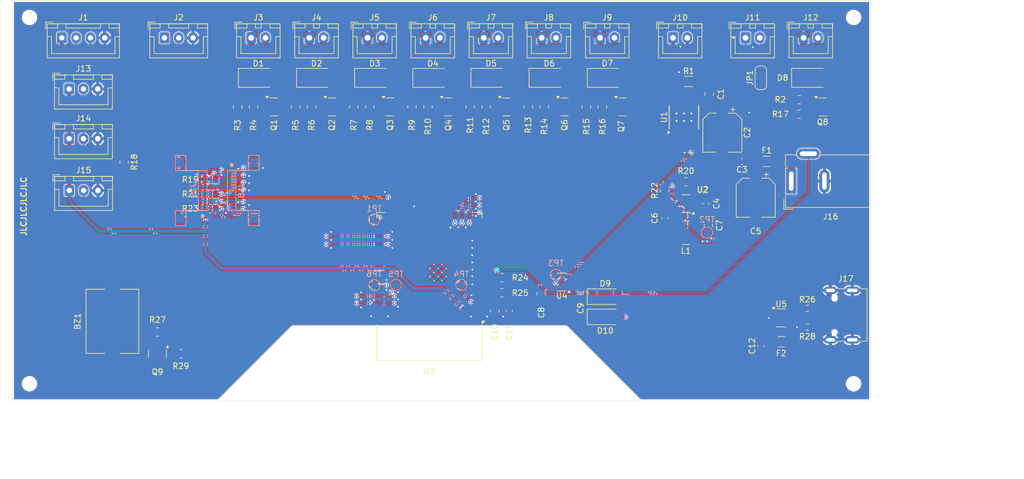
<source format=kicad_pcb>
(kicad_pcb (version 20221018) (generator pcbnew)
  (layers (0 "F.Cu" signal) (1 "In1.Cu" signal) (2 "In2.Cu" signal) (31 "B.Cu" signal) (34 "B.Paste" user) (35 "F.Paste" user) (36 "B.SilkS" user "B.Silkscreen") (37 "F.SilkS" user "F.Silkscreen") (38 "B.Mask" user) (39 "F.Mask" user) (44 "Edge.Cuts" user))
  (net 0 "")
  (net 1 "GND")
  (net 2 "/Power/VBUS")
  (net 3 "/Motor Control/AUX_PUMP_GND")
  (net 4 "/Valve Control/VALVE1_GND")
  (net 5 "/Valve Control/VALVE2_GND")
  (net 6 "/Valve Control/VALVE3_GND")
  (net 7 "/Valve Control/VALVE4_GND")
  (net 8 "/Valve Control/VALVE5_GND")
  (net 9 "/Valve Control/VALVE6_GND")
  (net 10 "/Valve Control/VALVE7_GND")
  (net 11 "/Power/CC1")
  (net 12 "/MCU/USB_D+")
  (net 13 "/MCU/USB_D-")
  (net 14 "/Power/CC2")
  (net 15 "+5V")
  (net 16 "/MCU/SERVO_CTRL")
  (net 17 "/MCU/HX711_CLK")
  (net 18 "/MCU/HX711_DAT")
  (net 19 "/Motor Control/MAIN_PUMP_OUT2")
  (net 20 "/Motor Control/MAIN_PUMP_OUT1")
  (net 21 "/Motor Control/AUX_PUMP_SIGNAL")
  (net 22 "/Motor Control/AUX_PUMP_GATE")
  (net 23 "/Valve Control/VALVE1_GATE")
  (net 24 "/MCU/AUX_PUMP_CTRL")
  (net 25 "+3.3V")
  (net 26 "/MCU/VALVE1_CTRL")
  (net 27 "/MCU/VALVE2_CTRL")
  (net 28 "/MCU/VALVE3_CTRL")
  (net 29 "/MCU/VALVE4_CTRL")
  (net 30 "/MCU/VALVE5_CTRL")
  (net 31 "/MCU/VALVE6_CTRL")
  (net 32 "/MCU/VALVE7_CTRL")
  (net 33 "/MCU/MAIN_PUMP_CTRL2")
  (net 34 "/MCU/MAIN_PUMP_CTRL1")
  (net 35 "+12V")
  (net 36 "+5VP")
  (net 37 "/MCU/1WIRE_TEMP")
  (net 38 "/Motor Control/WATER_LEVEL_SENSOR")
  (net 39 "/User Interface/LCD_CS")
  (net 40 "/MCU/LCD_RESET")
  (net 41 "/MCU/LCD_RS")
  (net 42 "/MCU/BOOT")
  (net 43 "/MCU/LCD_MOSI")
  (net 44 "/MCU/RX")
  (net 45 "/MCU/TX")
  (net 46 "/Valve Control/VALVE2_GATE")
  (net 47 "/Valve Control/VALVE3_GATE")
  (net 48 "/Valve Control/VALVE4_GATE")
  (net 49 "/Valve Control/VALVE5_GATE")
  (net 50 "/Valve Control/VALVE6_GATE")
  (net 51 "/Valve Control/VALVE7_GATE")
  (net 52 "/Power/5V_BUCK_SW")
  (net 53 "/Power/5V_BUCK_BST")
  (net 54 "/Power/5V_BUCK_FB")
  (net 55 "/MCU/LCD_MISO")
  (net 56 "/MCU/LCD_SCK")
  (net 57 "/MCU/ESP32_ENABLE")
  (net 58 "/Power/DC_IN")
  (net 59 "/MCU/BUZZER")
  (net 60 "/User Interface/BUZZER_GND")
  (net 61 "/User Interface/BUZZER_GATE")
  (net 62 "/MCU/LCD_TOUCH_SCL")
  (net 63 "/MCU/LCD_TOUCH_RESET")
  (net 64 "/MCU/LCD_TOUCH_SDA")
  (net 65 "/MCU/LCD_TOUCH_INT")
  (net 66 "/MCU/EXT_POWER")
  (net 67 "/MCU/FLOW_SENSOR")
  (net 68 "/Power/USB_EXT_D+")
  (net 69 "/Power/USB_EXT_D-")
  (net 73 "/Power/MCU_LDO_PWR")
  (net 74 "/MCU/LCD_BACKLIGHT")
  (net 76 "Net-(U1-ISEN)")
  (footprint "Package_SO:Texas_HTSOP-8-1EP_3.9x4.9mm_P1.27mm_EP2.95x4.9mm_Mask2.4x3.1mm_ThermalVias" (layer "F.Cu") (at 163.347 49.418 90)
    (fp_text reference "U1")
    (fp_text value "DRV8870DDAR")
  )
  (footprint "Package_TO_SOT_SMD:SOT-23" (layer "F.Cu") (at 112.02 47.625)
    (fp_text reference "Q3")
    (fp_text value "IRLML2502")
  )
  (footprint "Diode_SMD:D_SMA" (layer "F.Cu") (at 89.01 42.545)
    (fp_text reference "D1")
    (fp_text value "S1A-13-F")
  )
  (footprint "Resistor_SMD:R_0805_2012Metric" (layer "F.Cu") (at 80.645 62.865)
    (fp_text reference "R21")
    (fp_text value "R4k7")
  )
  (footprint "Capacitor_SMD:C_0805_2012Metric" (layer "F.Cu") (at 138.43 80.264 -90)
    (fp_text reference "C8")
    (fp_text value "C22u")
  )
  (footprint "Jumper:SolderJumper-3_P1.3mm_Bridged12_RoundedPad1.0x1.5mm_NumberLabels" (layer "F.Cu") (at 176.79 42.545 -90)
    (fp_text reference "JP1")
    (fp_text value "SolderJumper_3_Bridged12")
  )
  (footprint "Package_TO_SOT_SMD:SOT-23" (layer "F.Cu") (at 142.5 47.625)
    (fp_text reference "Q6")
    (fp_text value "IRLML2502")
  )
  (footprint "Package_TO_SOT_SMD:SOT-23-5" (layer "F.Cu") (at 141.986 78.232 180)
    (fp_text reference "U4")
    (fp_text value "TLV75533PDBV")
  )
  (footprint "Fuse:Fuse_1206_3216Metric" (layer "F.Cu") (at 177.8 57.15 180)
    (fp_text reference "F1")
    (fp_text value "SF-1206F600M-2")
  )
  (footprint "Package_TO_SOT_SMD:SOT-23" (layer "F.Cu") (at 152.66 47.625)
    (fp_text reference "Q7")
    (fp_text value "IRLML2502")
  )
  (footprint "Connector_JST:JST_XH_B2B-XH-A_1x02_P2.50mm_Vertical" (layer "F.Cu") (at 108.06 35.56)
    (fp_text reference "J5")
    (fp_text value "Valve3")
  )
  (footprint "Resistor_SMD:R_0805_2012Metric" (layer "F.Cu") (at 80.645 60.325)
    (fp_text reference "R19")
    (fp_text value "R100k")
  )
  (footprint "Connector_JST:JST_XH_B3B-XH-A_1x03_P2.50mm_Vertical" (layer "F.Cu") (at 55.928 44.497)
    (fp_text reference "J13")
    (fp_text value "OneWireTemp")
  )
  (footprint "Diode_SMD:D_SMA" (layer "F.Cu") (at 109.33 42.545)
    (fp_text reference "D3")
    (fp_text value "S1A-13-F")
  )
  (footprint "Connector_JST:JST_XH_B2B-XH-A_1x02_P2.50mm_Vertical" (layer "F.Cu") (at 118.22 35.56)
    (fp_text reference "J6")
    (fp_text value "Valve4")
  )
  (footprint "Capacitor_SMD:C_0603_1608Metric" (layer "F.Cu") (at 132.85 83.275 -90)
    (fp_text reference "C11")
    (fp_text value "C100n")
  )
  (footprint "Capacitor_SMD:CP_Elec_6.3x5.9" (layer "F.Cu") (at 170.061 52.134 -90)
    (fp_text reference "C2")
    (fp_text value "C100u_20V")
  )
  (footprint "Diode_SMD:D_SOD-128" (layer "F.Cu") (at 149.606 80.772)
    (fp_text reference "D9")
    (fp_text value "ME01EA03")
  )
  (footprint "Capacitor_SMD:C_0603_1608Metric" (layer "F.Cu") (at 167.131999 64.533 -90)
    (fp_text reference "C4")
    (fp_text value "C10u_25V")
  )
  (footprint "Resistor_SMD:R_0603_1608Metric" (layer "F.Cu") (at 184.912 82.804 180)
    (fp_text reference "R26")
    (fp_text value "R5k1")
  )
  (footprint "Capacitor_SMD:C_0805_2012Metric" (layer "F.Cu") (at 167.792 45.403 90)
    (fp_text reference "C1")
    (fp_text value "C100n_20V")
  )
  (footprint "Resistor_SMD:R_0805_2012Metric" (layer "F.Cu") (at 146.31 47.625 90)
    (fp_text reference "R15")
    (fp_text value "R120")
  )
  (footprint "MountingHole:MountingHole_2.2mm_M2" (layer "F.Cu") (at 49 96)
    (fp_text reference "H3" hide)
    (fp_text value "MountingHole")
  )
  (footprint "Resistor_SMD:R_0805_2012Metric" (layer "F.Cu") (at 80.645 65.405)
    (fp_text reference "R23")
    (fp_text value "R4k7")
  )
  (footprint "Package_TO_SOT_SMD:SOT-23" (layer "F.Cu") (at 187.611288 47.651288)
    (fp_text reference "Q8")
    (fp_text value "IRLML2502")
  )
  (footprint "Package_TO_SOT_SMD:SOT-23" (layer "F.Cu") (at 71.374001 90.7565 -90)
    (fp_text reference "Q9")
    (fp_text value "IRLML2502")
  )
  (footprint "Package_TO_SOT_SMD:SOT-23" (layer "F.Cu") (at 91.7 47.625)
    (fp_text reference "Q1")
    (fp_text value "IRLML2502")
  )
  (footprint "Connector_JST:JST_XH_B2B-XH-A_1x02_P2.50mm_Vertical" (layer "F.Cu") (at 128.38 35.56)
    (fp_text reference "J7")
    (fp_text value "Valve5")
  )
  (footprint "Package_TO_SOT_SMD:SOT-23" (layer "F.Cu") (at 122.18 47.625)
    (fp_text reference "Q4")
    (fp_text value "IRLML2502")
  )
  (footprint "RF_Module:ESP32-S3-WROOM-1" (layer "F.Cu") (at 118.88 79.020001 180)
    (fp_text reference "U3")
    (fp_text value "ESP32-S3-WROOM-1")
  )
  (footprint "Resistor_SMD:R_0805_2012Metric" (layer "F.Cu") (at 183.498 46.355)
    (fp_text reference "R2")
    (fp_text value "R120")
  )
  (footprint "Resistor_SMD:R_0805_2012Metric" (layer "F.Cu") (at 98.304 47.625 90)
    (fp_text reference "R6")
    (fp_text value "R100k")
  )
  (footprint "Capacitor_SMD:C_0805_2012Metric" (layer "F.Cu") (at 130.31 83.274999 -90)
    (fp_text reference "C10")
    (fp_text value "C22u")
  )
  (footprint "Resistor_SMD:R_0805_2012Metric" (layer "F.Cu") (at 85.367701 47.642701 90)
    (fp_text reference "R3")
    (fp_text value "R120")
  )
  (footprint "Inductor_SMD:L_Coilcraft_LPS4018" (layer "F.Cu") (at 163.702999 69.613)
    (fp_text reference "L1")
    (fp_text value "L3u3")
  )
  (footprint "Resistor_SMD:R_0805_2012Metric" (layer "F.Cu") (at 136.15 47.625 90)
    (fp_text reference "R13")
    (fp_text value "R120")
  )
  (footprint "Diode_SMD:D_SMA" (layer "F.Cu") (at 129.65 42.545)
    (fp_text reference "D5")
    (fp_text value "S1A-13-F")
  )
  (footprint "Resistor_SMD:R_0603_1608Metric" (layer "F.Cu") (at 184.912 86.106 180)
    (fp_text reference "R28")
    (fp_text value "R5k1")
  )
  (footprint "Resistor_SMD:R_0805_2012Metric" (layer "F.Cu") (at 65.532 57.277 90)
    (fp_text reference "R18")
    (fp_text value "R4k7")
  )
  (footprint "Connector_JST:JST_XH_B2B-XH-A_1x02_P2.50mm_Vertical" (layer "F.Cu") (at 174.1 35.56)
    (fp_text reference "J11")
    (fp_text value "WaterLevelSensor")
  )
  (footprint "Resistor_SMD:R_0805_2012Metric" (layer "F.Cu") (at 183.498 48.895 180)
    (fp_text reference "R17")
    (fp_text value "R100k")
  )
  (footprint "Resistor_SMD:R_1206_3216Metric" (layer "F.Cu") (at 164.194 43.18)
    (fp_text reference "R1")
    (fp_text value "R200m_1%_0.5W")
  )
  (footprint "Diode_SMD:D_SMA" (layer "F.Cu") (at 119.49 42.545)
    (fp_text reference "D4")
    (fp_text value "S1A-13-F")
  )
  (footprint "Resistor_SMD:R_0805_2012Metric" (layer "F.Cu") (at 75.442001 90.7565 180)
    (fp_text reference "R29")
    (fp_text value "R120")
  )
  (footprint "Resistor_SMD:R_0805_2012Metric" (layer "F.Cu") (at 128.784 47.625 90)
    (fp_text reference "R12")
    (fp_text value "R100k")
  )
  (footprint "Capacitor_SMD:C_0603_1608Metric" (layer "F.Cu") (at 160.02 67.073 90)
    (fp_text reference "C6")
    (fp_text value "C100n")
  )
  (footprint "Connector_JST:JST_XH_B4B-XH-A_1x04_P2.50mm_Vertical" (layer "F.Cu") (at 54.65 35.56)
    (fp_text reference "J1")
    (fp_text value "HX711")
  )
  (footprint "project:USB_C_Receptacle_JAE_DX07S016JA1R1500" (layer "F.Cu") (at 191.626 84 90)
    (fp_text reference "J17")
    (fp_text value "USB_C_Receptacle_USB2.0_16P")
  )
  (footprint "Resistor_SMD:R_0805_2012Metric" (layer "F.Cu") (at 95.51 47.625 90)
    (fp_text reference "R5")
    (fp_text value "R120")
  )
  (footprint "Diode_SMD:D_SMA" (layer "F.Cu") (at 185.68 42.545)
    (fp_text reference "D8")
    (fp_text value "S1A-13-F")
  )
  (footprint "Package_TO_SOT_SMD:TSOT-23-6" (layer "F.Cu") (at 163.703 64.533 180)
    (fp_text reference "U2")
    (fp_text value "AP62150WU")
  )
  (footprint "Resistor_SMD:R_0805_2012Metric" (layer "F.Cu") (at 131.572 77.47 180)
    (fp_text reference "R24")
    (fp_text value "R100k")
  )
  (footprint "Resistor_SMD:R_0805_2012Metric" (layer "F.Cu") (at 125.99 47.625 90)
    (fp_text reference "R11")
    (fp_text value "R120")
  )
  (footprint "Package_TO_SOT_SMD:SOT-23-6" (layer "F.Cu") (at 180.34 84.4986)
    (fp_text reference "U5")
    (fp_text value "USBLC6-2SC6")
  )
  (footprint "Connector_JST:JST_XH_B3B-XH-A_1x03_P2.50mm_Vertical" (layer "F.Cu") (at 72.58 35.56)
    (fp_text reference "J2")
    (fp_text value "Servo")
  )
  (footprint "Resistor_SMD:R_0805_2012Metric" (layer "F.Cu") (at 149.104 47.625 90)
    (fp_text reference "R16")
    (fp_text value "R100k")
  )
  (footprint "Resistor_SMD:R_0805_2012Metric" (layer "F.Cu") (at 71.374001 86.9465)
    (fp_text reference "R27")
    (fp_text value "R100k")
  )
  (footprint "Package_TO_SOT_SMD:SOT-23" (layer "F.Cu") (at 101.86 47.625)
    (fp_text reference "Q2")
    (fp_text value "IRLML2502")
  )
  (footprint "Buzzer_Beeper:Buzzer_Mallory_AST1109MLTRQ" (layer "F.Cu") (at 63.5 85.09 -90)
    (fp_text reference "BZ1")
    (fp_text value "AST1109MLTRQ")
  )
  (footprint "MountingHole:MountingHole_2.2mm_M2" (layer "F.Cu") (at 193 96)
    (fp_text reference "H4" hide)
    (fp_text value "MountingHole")
  )
  (footprint "Connector_JST:JST_XH_B2B-XH-A_1x02_P2.50mm_Vertical" (layer "F.Cu") (at 97.9 35.56)
    (fp_text reference "J4")
    (fp_text value "Valve2")
  )
  (footprint "Connector_JST:JST_XH_B2B-XH-A_1x02_P2.50mm_Vertical" (layer "F.Cu") (at 138.5 35.56)
    (fp_text reference "J8")
    (fp_text value "Valve6")
  )
  (footprint "Connector_JST:JST_XH_B3B-XH-A_1x03_P2.50mm_Vertical" (layer "F.Cu") (at 55.96 62.23)
    (fp_text reference "J15")
    (fp_text value "FlowSensor")
  )
  (footprint "Resistor_SMD:R_0805_2012Metric" (layer "F.Cu") (at 131.58 80.1 180)
    (fp_text reference "R25")
    (fp_text value "R100k")
  )
  (footprint "Resistor_SMD:R_0805_2012Metric" (layer "F.Cu") (at 115.83 47.625 90)
    (fp_text reference "R9")
    (fp_text value "R120")
  )
  (footprint "Fuse:Fuse_1206_3216Metric" (layer "F.Cu") (at 180.34 88.646 180)
    (fp_text reference "F2")
    (fp_text value "SF-1206F150-2")
  )
  (footprint "Package_TO_SOT_SMD:SOT-23" (layer "F.Cu") (at 132.34 47.625)
    (fp_text reference "Q5")
    (fp_text value "IRLML2502")
  )
  (footprint "Diode_SMD:D_SMA" (layer "F.Cu") (at 149.97 42.545)
    (fp_text reference "D7")
    (fp_text value "S1A-13-F")
  )
  (footprint "Resistor_SMD:R_0805_2012Metric" (layer "F.Cu") (at 138.944 47.625 90)
    (fp_text reference "R14")
    (fp_text value "R100k")
  )
  (footprint "Diode_SMD:D_SMA" (layer "F.Cu") (at 99.17 42.545)
    (fp_text reference "D2")
    (fp_text value "S1A-13-F")
  )
  (footprint "MountingHole:MountingHole_2.2mm_M2" (layer "F.Cu") (at 193 32)
    (fp_text reference "H2" hide)
    (fp_text value "MountingHole")
  )
  (footprint "Connector_JST:JST_XH_B2B-XH-A_1x02_P2.50mm_Vertical" (layer "F.Cu") (at 184.26 35.56)
    (fp_text reference "J12")
    (fp_text value "AuxPump")
  )
  (footprint "Resistor_SMD:R_0805_2012Metric" (layer "F.Cu") (at 105.67 47.625 90)
    (fp_text reference "R7")
    (fp_text value "R120")
  )
  (footprint "Connector_BarrelJack:BarrelJack_Wuerth_6941xx301002" (layer "F.Cu") (at 182.1 60.6 90)
    (fp_text reference "J16")
    (fp_text value "DC 12V IN")
  )
  (footprint "Connector_JST:JST_XH_B3B-XH-A_1x03_P2.50mm_Vertical" (layer "F.Cu") (at 55.93 53.18)
    (fp_text reference "J14")
    (fp_text value "OneWireTemp")
  )
  (footprint "Capacitor_SMD:C_0805_2012Metric" (layer "F.Cu") (at 167.64 68.342999 90)
    (fp_text reference "C7")
    (fp_text value "C22u")
  )
  (footprint "Diode_SMD:D_SMA" (layer "F.Cu") (at 139.81 42.545)
    (fp_text reference "D6")
    (fp_text value "S1A-13-F")
  )
  (footprint "Resistor_SMD:R_0805_2012Metric" (layer "F.Cu") (at 88.144 47.625 90)
    (fp_text reference "R4")
    (fp_text value "R100k")
  )
  (footprint "Connector_JST:JST_XH_B2B-XH-A_1x02_P2.50mm_Vertical" (layer "F.Cu") (at 161.44 35.56)
    (fp_text reference "J10")
    (fp_text value "MainPump")
  )
  (footprint "Connector_JST:JST_XH_B2B-XH-A_1x02_P2.50mm_Vertical" (layer "F.Cu") (at 87.74 35.56)
    (fp_text reference "J3")
    (fp_text value "Valve1")
  )
  (footprint "Resistor_SMD:R_0805_2012Metric" (layer "F.Cu") (at 163.703001 60.723)
    (fp_text reference "R20")
    (fp_text value "R10k_1%")
  )
  (footprint "Capacitor_SMD:C_0603_1608Metric" (layer "F.Cu") (at 173.482 57.15 180)
    (fp_text reference "C3")
    (fp_text value "C10u_25V")
  )
  (footprint "Capacitor_SMD:CP_Elec_6.3x5.9" (layer "F.Cu") (at 175.895 63.5 -90)
    (fp_text reference "C5")
    (fp_text value "C100u_20V")
  )
  (footprint "Capacitor_SMD:C_0603_1608Metric" (layer "F.Cu") (at 176.784 89.408 -90)
    (fp_text reference "C12")
    (fp_text value "C10u_25V")
  )
  (footprint "MountingHole:MountingHole_2.2mm_M2" (layer "F.Cu") (at 49 32)
    (fp_text reference "H1" hide)
    (fp_text value "MountingHole")
  )
  (footprint "Capacitor_SMD:C_0603_1608Metric" (layer "F.Cu") (at 145.288 80.264 -90)
    (fp_text reference "C9")
    (fp_text value "C10u_25V")
  )
  (footprint "Diode_SMD:D_SOD-128" (layer "F.Cu") (at 149.606 84.328)
    (fp_text reference "D10")
    (fp_text value "ME01EA03")
  )
  (footprint "Connector_JST:JST_XH_B2B-XH-A_1x02_P2.50mm_Vertical" (layer "F.Cu") (at 148.7 35.56)
    (fp_text reference "J9")
    (fp_text value "Valve7")
  )
  (footprint "Resistor_SMD:R_0805_2012Metric" (layer "F.Cu") (at 160.02 62.247 -90)
    (fp_text reference "R22")
    (fp_text value "R52k3_1%")
  )
  (footprint "Resistor_SMD:R_0805_2012Metric" (layer "F.Cu") (at 118.624 47.625 90)
    (fp_text reference "R10")
    (fp_text value "R100k")
  )
  (footprint "Resistor_SMD:R_0805_2012Metric" (layer "F.Cu") (at 108.464 47.625 90)
    (fp_text reference "R8")
    (fp_text value "R100k")
  )
  (footprint "TestPoint:TestPoint_Pad_D1.5mm" (layer "B.Cu") (at 140.97 76.962 90)
    (fp_text reference "TP3")
    (fp_text value "TestPoint_Small")
  )
  (footprint "project:logo" (layer "B.Cu") (at 61.325 95 180)
    (fp_text reference "G***" hide)
    (fp_text value "LOGO" hide)
  )
  (footprint "TestPoint:TestPoint_Pad_D1.5mm" (layer "B.Cu") (at 109.258926 78.778926 -90)
    (fp_text reference "TP6")
    (fp_text value "TestPoint_Small")
  )
  (footprint "TestPoint:TestPoint_Pad_D1.5mm" (layer "B.Cu") (at 124.46 78.74 -90)
    (fp_text reference "TP4")
    (fp_text value "TestPoint_Small")
  )
  (footprint "TestPoint:TestPoint_Pad_D1.5mm" (layer "B.Cu") (at 167.386 69.596)
    (fp_text reference "TP2")
    (fp_text value "TestPoint_Small")
  )
  (footprint "project:XF2M-1415-1A" (layer "B.Cu") (at 79.26357 62.25143 90)
    (fp_text reference "J19")
    (fp_text value "Conn_01x14_MountingPin")
  )
  (footprint "TestPoint:TestPoint_Pad_D1.5mm" (layer "B.Cu") (at 113.03 78.74 90)
    (fp_text reference "TP5")
    (fp_text value "TestPoint_Small")
  )
  (footprint "project:XF2M-1415-1A" (layer "B.Cu") (at 84.335 62.23 -90)
    (fp_text reference "J18")
    (fp_text value "Conn_01x14_MountingPin")
  )
  (footprint "TestPoint:TestPoint_Pad_D1.5mm" (layer "B.Cu") (at 109.22 67.31 -90)
    (fp_text reference "TP1")
    (fp_text value "TestPoint_Small")
  )
  (footprint "project:oshw_logo" (layer "B.Cu") (at 74.325 95 180)
    (fp_text reference "G***" hide)
    (fp_text value "LOGO" hide)
  )
  (gr_rect (start 46 29) (end 196 99) (stroke (width 0.05)) (fill none) (layer "Edge.Cuts"))
  (gr_text "JLCJLCJLCJLC" (at 48 65 90) (layer "F.SilkS") (effects (font (size 1 1) (thickness 0.2) bold)))
  (segment (start 188.576 87.945) (end 188.951 88.32) (width 0.6) (layer "F.Cu") (net 1))
  (segment (start 188.576 80.9) (end 188.576 80.055) (width 0.6) (layer "F.Cu") (net 1))
  (segment (start 188.576 80.055) (end 188.951 79.68) (width 0.6) (layer "F.Cu") (net 1))
  (segment (start 184.087 86.106) (end 183.134 86.106) (width 0.2) (layer "F.Cu") (net 1))
  (segment (start 179.2025 84.4986) (end 178.181 84.4986) (width 0.3) (layer "F.Cu") (net 1))
  (segment (start 188.576 87.1) (end 188.576 87.945) (width 0.6) (layer "F.Cu") (net 1))
  (via (at 83.312 66.167) (size 0.6) (drill 0.3) (layers "F.Cu" "B.Cu") (net 1))
  (via (at 85.471 58.42) (size 0.6) (drill 0.3) (layers "F.Cu" "B.Cu") (net 1))
  (via (at 82.580304 59.53) (size 0.6) (drill 0.3) (layers "F.Cu" "B.Cu") (net 1))
  (via (at 127 64.135) (size 0.6) (drill 0.3) (layers "F.Cu" "B.Cu") (net 1))
  (via (at 162.73 37.08) (size 0.6) (drill 0.3) (layers "F.Cu" "B.Cu") (net 1))
  (via (at 126.365 77.216) (size 0.6) (drill 0.3) (layers "F.Cu" "B.Cu") (net 1))
  (via (at 87.376 62.23) (size 0.6) (drill 0.3) (layers "F.Cu" "B.Cu") (net 1))
  (via (at 106.934 80.01) (size 0.6) (drill 0.3) (layers "F.Cu" "B.Cu") (net 1))
  (via (at 183.134 86.106) (size 0.6) (drill 0.3) (layers "F.Cu" "B.Cu") (net 1))
  (via (at 111.379 77.851) (size 0.6) (drill 0.3) (layers "F.Cu" "B.Cu") (net 1))
  (via (at 101.727 70.866) (size 0.6) (drill 0.3) (layers "F.Cu" "B.Cu") (net 1))
  (via (at 101.727 72.263) (size 0.6) (drill 0.3) (layers "F.Cu" "B.Cu") (net 1))
  (via (at 162.48 41.58) (size 0.6) (drill 0.3) (layers "F.Cu" "B.Cu") (net 1))
  (via (at 111.633 84.201) (size 0.6) (drill 0.3) (layers "F.Cu" "B.Cu") (net 1))
  (via (at 126.111 84.252) (size 0.6) (drill 0.3) (layers "F.Cu" "B.Cu") (net 1))
  (via (at 113.411 81.28) (size 0.6) (drill 0.3) (layers "F.Cu" "B.Cu") (net 1))
  (via (at 111.379 79.629) (size 0.6) (drill 0.3) (layers "F.Cu" "B.Cu") (net 1))
  (via (at 126.365 78.613) (size 0.6) (drill 0.3) (layers "F.Cu" "B.Cu") (net 1))
  (via (at 112.395 70.866) (size 0.6) (drill 0.3) (layers "F.Cu" "B.Cu") (net 1))
  (via (at 163.449 55.626) (size 0.6) (drill 0.3) (layers "F.Cu" "B.Cu") (net 1))
  (via (at 123.952 68.707) (size 0.6) (drill 0.3) (layers "F.Cu" "B.Cu") (net 1))
  (via (at 126.365 70.993) (size 0.6) (drill 0.3) (layers "F.Cu" "B.Cu") (net 1))
  (via (at 125.222 68.707) (size 0.6) (drill 0.3) (layers "F.Cu" "B.Cu") (net 1))
  (via (at 87.376 60.96) (size 0.6) (drill 0.3) (layers "F.Cu" "B.Cu") (net 1))
  (via (at 108.712 84.201) (size 0.6) (drill 0.3) (layers "F.Cu" "B.Cu") (net 1))
  (via (at 113.411 82.55) (size 0.6) (drill 0.3) (layers "F.Cu" "B.Cu") (net 1))
  (via (at 175.387 37.211) (size 0.6) (drill 0.3) (layers "F.Cu" "B.Cu") (net 1))
  (via (at 126.238 80.518) (size 0.6) (drill 0.3) (layers "F.Cu" "B.Cu") (net 1))
  (via (at 122.555 68.707) (size 0.6) (drill 0.3) (layers "F.Cu" "B.Cu") (net 1))
  (via (at 106.934 81.28) (size 0.6) (drill 0.3) (layers "F.Cu" "B.Cu") (net 1))
  (via (at 78.232 59.436) (size 0.6) (drill 0.3) (layers "F.Cu" "B.Cu") (net 1))
  (via (at 178.181 84.4986) (size 0.6) (drill 0.3) (layers "F.Cu" "B.Cu") (net 1))
  (via (at 113.411 80.01) (size 0.6) (drill 0.3) (layers "F.Cu" "B.Cu") (net 1))
  (via (at 174.752 48.641) (size 0.6) (drill 0.3) (layers "F.Cu" "B.Cu") (net 1))
  (via (at 85.471 64.262) (size 0.6) (drill 0.3) (layers "F.Cu" "B.Cu") (net 1))
  (via (at 128.976 84.252) (size 0.6) (drill 0.3) (layers "F.Cu" "B.Cu") (net 1))
  (via (at 116.205 65.024) (size 0.6) (drill 0.3) (layers "F.Cu" "B.Cu") (net 1))
  (via (at 126.365 72.263) (size 0.6) (drill 0.3) (layers "F.Cu" "B.Cu") (net 1))
  (via (at 112.395 69.469) (size 0.6) (drill 0.3) (layers "F.Cu" "B.Cu") (net 1))
  (via (at 89.789 58.293) (size 0.6) (drill 0.3) (layers "F.Cu" "B.Cu") (net 1))
  (via (at 87.376 64.77) (size 0.6) (drill 0.3) (layers "F.Cu" "B.Cu") (net 1))
  (via (at 111.125 62.484) (size 0.6) (drill 0.3) (layers "F.Cu" "B.Cu") (net 1))
  (via (at 127 66.675) (size 0.6) (drill 0.3) (layers "F.Cu" "B.Cu") (net 1))
  (via (at 101.727 69.469) (size 0.6) (drill 0.3) (layers "F.Cu" "B.Cu") (net 1))
  (via (at 126.365 73.533) (size 0.6) (drill 0.3) (layers "F.Cu" "B.Cu") (net 1))
  (via (at 112.395 72.263) (size 0.6) (drill 0.3) (layers "F.Cu" "B.Cu") (net 1))
  (via (at 131.77 84.252) (size 0.6) (drill 0.3) (layers "F.Cu" "B.Cu") (net 1))
  (via (at 81.661 64.135) (size 0.6) (drill 0.3) (layers "F.Cu" "B.Cu") (net 1))
  (via (at 127 62.865) (size 0.6) (drill 0.3) (layers "F.Cu" "B.Cu") (net 1))
  (via (at 106.934 82.677) (size 0.6) (drill 0.3) (layers "F.Cu" "B.Cu") (net 1))
  (via (at 171.958 35.56) (size 0.6) (drill 0.3) (layers "F.Cu" "B.Cu") (net 1))
  (via (at 87.376 59.69) (size 0.6) (drill 0.3) (layers "F.Cu" "B.Cu") (net 1))
  (via (at 127 65.405) (size 0.6) (drill 0.3) (layers "F.Cu" "B.Cu") (net 1))
  (via (at 126.365 74.803) (size 0.6) (drill 0.3) (layers "F.Cu" "B.Cu") (net 1))
  (via (at 126.365 76.073) (size 0.6) (drill 0.3) (layers "F.Cu" "B.Cu") (net 1))
  (segment (start 79.26357 59.50143) (end 78.29743 59.50143) (width 0.2) (layer "B.Cu") (net 1))
  (segment (start 85.248 59.278) (end 85.248 59.024) (width 0.2) (layer "B.Cu") (net 1))
  (segment (start 78.29743 59.50143) (end 78.232 59.436) (width 0.2) (layer "B.Cu") (net 1))
  (segment (start 84.335 59.48) (end 82.630304 59.48) (width 0.2) (layer "B.Cu") (net 1))
  (segment (start 84.335 59.48) (end 85.046 59.48) (width 0.2) (layer "B.Cu") (net 1))
  (segment (start 85.046 59.48) (end 85.248 59.278) (width 0.2) (layer "B.Cu") (net 1))
  (segment (start 82.630304 59.48) (end 82.580304 59.53) (width 0.2) (layer "B.Cu") (net 1))
  (segment (start 85.248 59.024) (end 85.344 58.928) (width 0.2) (layer "B.Cu") (net 1))
  (segment (start 187.843 86.35) (end 185.547 88.646) (width 0.6) (layer "F.Cu") (net 2))
  (segment (start 180.815001 84.4986) (end 180.34 84.973601) (width 0.2) (layer "F.Cu") (net 2))
  (segment (start 181.74 87.506) (end 181.74 88.646) (width 0.2) (layer "F.Cu") (net 2))
  (segment (start 180.34 84.973601) (end 180.34 86.106) (width 0.2) (layer "F.Cu") (net 2))
  (segment (start 185.547 88.646) (end 181.74 88.646) (width 0.6) (layer "F.Cu") (net 2))
  (segment (start 188.576 86.35) (end 187.843 86.35) (width 0.6) (layer "F.Cu") (net 2))
  (segment (start 181.4775 84.4986) (end 180.815001 84.4986) (width 0.2) (layer "F.Cu") (net 2))
  (segment (start 180.34 86.106) (end 181.74 87.506) (width 0.2) (layer "F.Cu") (net 2))
  (segment (start 186.76 35.56) (end 186.76 37.933) (width 1.3) (layer "F.Cu") (net 3))
  (segment (start 186.76 37.933) (end 187.68 38.853) (width 1.3) (layer "F.Cu") (net 3))
  (segment (start 188.548788 47.651288) (end 188.548788 45.309788) (width 1.3) (layer "F.Cu") (net 3))
  (segment (start 188.548788 45.309788) (end 187.68 44.441) (width 1.3) (layer "F.Cu") (net 3))
  (segment (start 187.68 38.853) (end 187.68 42.545) (width 1.3) (layer "F.Cu") (net 3))
  (segment (start 187.68 44.441) (end 187.68 42.545) (width 1.3) (layer "F.Cu") (net 3))
  (segment (start 91.01 38.83) (end 91.01 42.545) (width 1.3) (layer "F.Cu") (net 4))
  (segment (start 91.01 42.545) (end 91.01 43.91) (width 1.3) (layer "F.Cu") (net 4))
  (segment (start 90.24 35.56) (end 90.24 38.06) (width 1.3) (layer "F.Cu") (net 4))
  (segment (start 91.01 43.91) (end 92.6375 45.5375) (width 1.3) (layer "F.Cu") (net 4))
  (segment (start 90.24 38.06) (end 91.01 38.83) (width 1.3) (layer "F.Cu") (net 4))
  (segment (start 92.6375 45.5375) (end 92.6375 47.625) (width 1.3) (layer "F.Cu") (net 4))
  (segment (start 102.7975 45.5375) (end 102.7975 47.625) (width 1.3) (layer "F.Cu") (net 5))
  (segment (start 100.4 38.06) (end 101.17 38.83) (width 1.3) (layer "F.Cu") (net 5))
  (segment (start 101.17 42.545) (end 101.17 43.91) (width 1.3) (layer "F.Cu") (net 5))
  (segment (start 101.17 43.91) (end 102.7975 45.5375) (width 1.3) (layer "F.Cu") (net 5))
  (segment (start 101.17 38.83) (end 101.17 42.545) (width 1.3) (layer "F.Cu") (net 5))
  (segment (start 100.4 35.56) (end 100.4 38.06) (width 1.3) (layer "F.Cu") (net 5))
  (segment (start 110.56 38.06) (end 111.33 38.83) (width 1.3) (layer "F.Cu") (net 6))
  (segment (start 111.33 38.83) (end 111.33 42.545) (width 1.3) (layer "F.Cu") (net 6))
  (segment (start 112.9575 45.7915) (end 112.9575 47.625) (width 1.3) (layer "F.Cu") (net 6))
  (segment (start 111.33 44.164) (end 112.9575 45.7915) (width 1.3) (layer "F.Cu") (net 6))
  (segment (start 110.56 35.56) (end 110.56 38.06) (width 1.3) (layer "F.Cu") (net 6))
  (segment (start 111.33 42.545) (end 111.33 44.164) (width 1.3) (layer "F.Cu") (net 6))
  (segment (start 120.72 35.56) (end 120.72 38.06) (width 1.3) (layer "F.Cu") (net 7))
  (segment (start 121.49 38.83) (end 121.49 42.545) (width 1.3) (layer "F.Cu") (net 7))
  (segment (start 121.49 44.545) (end 121.49 42.545) (width 1.3) (layer "F.Cu") (net 7))
  (segment (start 123.1175 46.1725) (end 121.49 44.545) (width 1.3) (layer "F.Cu") (net 7))
  (segment (start 123.1175 47.625) (end 123.1175 46.1725) (width 1.3) (layer "F.Cu") (net 7))
  (segment (start 120.72 38.06) (end 121.49 38.83) (width 1.3) (layer "F.Cu") (net 7))
  (segment (start 131.65 44.418) (end 131.65 42.545) (width 1.3) (layer "F.Cu") (net 8))
  (segment (start 133.2775 46.0455) (end 131.65 44.418) (width 1.3) (layer "F.Cu") (net 8))
  (segment (start 130.88 35.56) (end 130.88 38.06) (width 1.3) (layer "F.Cu") (net 8))
  (segment (start 131.65 38.83) (end 131.65 42.545) (width 1.3) (layer "F.Cu") (net 8))
  (segment (start 130.88 38.06) (end 131.65 38.83) (width 1.3) (layer "F.Cu") (net 8))
  (segment (start 133.2775 47.625) (end 133.2775 46.0455) (width 1.3) (layer "F.Cu") (net 8))
  (segment (start 141.81 44.291) (end 141.81 42.545) (width 1.3) (layer "F.Cu") (net 9))
  (segment (start 141.81 38.83) (end 141.81 42.545) (width 1.3) (layer "F.Cu") (net 9))
  (segment (start 143.4375 47.625) (end 143.4375 45.9185) (width 1.3) (layer "F.Cu") (net 9))
  (segment (start 141 38.02) (end 141.81 38.83) (width 1.3) (layer "F.Cu") (net 9))
  (segment (start 143.4375 45.9185) (end 141.81 44.291) (width 1.3) (layer "F.Cu") (net 9))
  (segment (start 141 35.56) (end 141 38.02) (width 1.3) (layer "F.Cu") (net 9))
  (segment (start 151.97 38.83) (end 151.97 42.545) (width 1.3) (layer "F.Cu") (net 10))
  (segment (start 153.5975 45.9185) (end 151.97 44.291) (width 1.3) (layer "F.Cu") (net 10))
  (segment (start 151.97 44.291) (end 151.97 42.545) (width 1.3) (layer "F.Cu") (net 10))
  (segment (start 151.2 35.56) (end 151.2 38.06) (width 1.3) (layer "F.Cu") (net 10))
  (segment (start 151.2 38.06) (end 151.97 38.83) (width 1.3) (layer "F.Cu") (net 10))
  (segment (start 153.5975 47.625) (end 153.5975 45.9185) (width 1.3) (layer "F.Cu") (net 10))
  (segment (start 188.576 85.75) (end 187.046 85.75) (width 0.2) (layer "F.Cu") (net 11))
  (segment (start 186.69 86.106) (end 185.737 86.106) (width 0.2) (layer "F.Cu") (net 11))
  (segment (start 187.046 85.75) (end 186.69 86.106) (width 0.2) (layer "F.Cu") (net 11))
  (segment (start 162.29923 84.3136) (end 177.443749 84.3136) (width 0.22) (layer "F.Cu") (net 12))
  (segment (start 127.63 67.770001) (end 128.755001 67.770001) (width 0.22) (layer "F.Cu") (net 12))
  (segment (start 135.791631 68.220001) (end 142.57063 74.999) (width 0.22) (layer "F.Cu") (net 12))
  (segment (start 152.98463 74.999) (end 162.29923 84.3136) (width 0.22) (layer "F.Cu") (net 12))
  (segment (start 177.443749 84.3136) (end 178.208749 83.5486) (width 0.22) (layer "F.Cu") (net 12))
  (segment (start 142.57063 74.999) (end 152.98463 74.999) (width 0.22) (layer "F.Cu") (net 12))
  (segment (start 129.205001 68.220001) (end 135.791631 68.220001) (width 0.22) (layer "F.Cu") (net 12))
  (segment (start 178.208749 83.5486) (end 179.2025 83.5486) (width 0.22) (layer "F.Cu") (net 12))
  (segment (start 128.755001 67.770001) (end 129.205001 68.220001) (width 0.22) (layer "F.Cu") (net 12))
  (segment (start 152.83137 75.369) (end 162.14597 84.6836) (width 0.22) (layer "F.Cu") (net 13))
  (segment (start 142.41737 75.369) (end 152.83137 75.369) (width 0.22) (layer "F.Cu") (net 13))
  (segment (start 135.638371 68.590001) (end 142.41737 75.369) (width 0.22) (layer "F.Cu") (net 13))
  (segment (start 129.205001 68.590001) (end 135.638371 68.590001) (width 0.22) (layer "F.Cu") (net 13))
  (segment (start 177.443749 84.6836) (end 178.208749 85.4486) (width 0.22) (layer "F.Cu") (net 13))
  (segment (start 128.755001 69.040001) (end 129.205001 68.590001) (width 0.22) (layer "F.Cu") (net 13))
  (segment (start 178.208749 85.4486) (end 179.2025 85.4486) (width 0.22) (layer "F.Cu") (net 13))
  (segment (start 162.14597 84.6836) (end 177.443749 84.6836) (width 0.22) (layer "F.Cu") (net 13))
  (segment (start 127.63 69.040001) (end 128.755001 69.040001) (width 0.22) (layer "F.Cu") (net 13))
  (segment (start 188.576 82.75) (end 185.791 82.75) (width 0.2) (layer "F.Cu") (net 14))
  (segment (start 51.181 41.783) (end 51.181 75.311) (width 0.6) (layer "F.Cu") (net 15))
  (segment (start 54.65 38.314) (end 51.181 41.783) (width 0.6) (layer "F.Cu") (net 15))
  (segment (start 51.181 75.311) (end 54.36 78.49) (width 0.6) (layer "F.Cu") (net 15))
  (segment (start 54.36 78.49) (end 63.5 78.49) (width 0.6) (layer "F.Cu") (net 15))
  (segment (start 160.02 61.3345) (end 161.1565 61.3345) (width 0.2) (layer "F.Cu") (net 15))
  (segment (start 161.1565 61.3345) (end 161.29 61.468) (width 0.2) (layer "F.Cu") (net 15))
  (segment (start 54.65 35.56) (end 54.65 38.314) (width 0.6) (layer "F.Cu") (net 15))
  (segment (start 151.806 84.328) (end 153.162 84.328) (width 0.6) (layer "F.Cu") (net 15))
  (via (at 168.148 70.612) (size 0.6) (drill 0.3) (layers "F.Cu" "B.Cu") (net 15))
  (via (at 161.29 61.468) (size 0.6) (drill 0.3) (layers "F.Cu" "B.Cu") (net 15))
  (via (at 153.162 84.328) (size 0.6) (drill 0.3) (layers "F.Cu" "B.Cu") (net 15))
  (via (at 167.386 71.12) (size 0.6) (drill 0.3) (layers "F.Cu" "B.Cu") (net 15))
  (via (at 166.624 71.12) (size 0.6) (drill 0.3) (layers "F.Cu" "B.Cu") (net 15))
  (via (at 82.55 58.674) (size 0.6) (drill 0.3) (layers "F.Cu" "B.Cu") (net 15))
  (segment (start 80.518 58.674) (end 80.19057 59.00143) (width 0.3) (layer "B.Cu") (net 15))
  (segment (start 163.83 68.326) (end 166.624 71.12) (width 0.2) (layer "B.Cu") (net 15))
  (segment (start 82.55 58.674) (end 80.518 58.674) (width 0.3) (layer "B.Cu") (net 15))
  (segment (start 167.386 71.12) (end 166.624 71.12) (width 0.6) (layer "B.Cu") (net 15))
  (segment (start 167.894 71.12) (end 168.148 70.866) (width 0.6) (layer "B.Cu") (net 15))
  (segment (start 80.19057 59.00143) (end 79.26357 59.00143) (width 0.3) (layer "B.Cu") (net 15))
  (segment (start 84.335 58.98) (end 82.856 58.98) (width 0.3) (layer "B.Cu") (net 15))
  (segment (start 161.29 63.5) (end 163.83 66.04) (width 0.2) (layer "B.Cu") (net 15))
  (segment (start 168.148 70.866) (end 168.148 70.612) (width 0.6) (layer "B.Cu") (net 15))
  (segment (start 167.386 71.12) (end 167.894 71.12) (width 0.6) (layer "B.Cu") (net 15))
  (segment (start 163.83 66.04) (end 163.83 68.326) (width 0.2) (layer "B.Cu") (net 15))
  (segment (start 82.856 58.98) (end 82.55 58.674) (width 0.3) (layer "B.Cu") (net 15))
  (segment (start 161.29 61.468) (end 161.29 63.5) (width 0.2) (layer "B.Cu") (net 15))
  (segment (start 167.386 69.596) (end 167.386 71.12) (width 0.6) (layer "B.Cu") (net 15))
  (segment (start 108.918001 83.010001) (end 108.204 82.296) (width 0.2) (layer "F.Cu") (net 16))
  (segment (start 108.204 80.391) (end 103.632 75.819) (width 0.2) (layer "F.Cu") (net 16))
  (segment (start 78.232 68.58) (end 75.08 65.428) (width 0.2) (layer "F.Cu") (net 16))
  (segment (start 108.204 82.296) (end 108.204 80.391) (width 0.2) (layer "F.Cu") (net 16))
  (segment (start 103.632 75.819) (end 103.632 68.961) (width 0.2) (layer "F.Cu") (net 16))
  (segment (start 75.08 65.428) (end 75.08 35.56) (width 0.2) (layer "F.Cu") (net 16))
  (segment (start 110.13 83.010001) (end 108.918001 83.010001) (width 0.2) (layer "F.Cu") (net 16))
  (segment (start 103.632 68.961) (end 103.251 68.58) (width 0.2) (layer "F.Cu") (net 16))
  (segment (start 103.251 68.58) (end 78.232 68.58) (width 0.2) (layer "F.Cu") (net 16))
  (segment (start 121.666 81.915) (end 125.650999 77.930001) (width 0.2) (layer "F.Cu") (net 17))
  (segment (start 61.595 74.041) (end 52.832 65.278) (width 0.2) (layer "F.Cu") (net 17))
  (segment (start 57.15 37.719) (end 57.15 35.56) (width 0.2) (layer "F.Cu") (net 17))
  (segment (start 112.776 81.915) (end 121.666 81.915) (width 0.2) (layer "F.Cu") (net 17))
  (segment (start 52.832 42.037) (end 57.15 37.719) (width 0.2) (layer "F.Cu") (net 17))
  (segment (start 125.650999 77.930001) (end 127.63 77.930001) (width 0.2) (layer "F.Cu") (net 17))
  (segment (start 52.832 65.278) (end 52.832 42.037) (width 0.2) (layer "F.Cu") (net 17))
  (segment (start 75.819 81.915) (end 67.945 74.041) (width 0.2) (layer "F.Cu") (net 17))
  (segment (start 67.945 74.041) (end 61.595 74.041) (width 0.2) (layer "F.Cu") (net 17))
  (segment (start 106.172 81.915) (end 75.819 81.915) (width 0.2) (layer "F.Cu") (net 17))
  (via (at 106.172 81.915) (size 0.6) (drill 0.3) (layers "F.Cu" "B.Cu") (net 17))
  (via (at 112.776 81.915) (size 0.6) (drill 0.3) (layers "F.Cu" "B.Cu") (net 17))
  (segment (start 112.776 81.915) (end 109.999214 81.915) (width 0.2) (layer "B.Cu") (net 17))
  (segment (start 108.805786 81.55) (end 108.440786 81.915) (width 0.2) (layer "B.Cu") (net 17))
  (segment (start 109.634214 81.55) (end 108.805786 81.55) (width 0.2) (layer "B.Cu") (net 17))
  (segment (start 109.999214 81.915) (end 109.634214 81.55) (width 0.2) (layer "B.Cu") (net 17))
  (segment (start 108.440786 81.915) (end 106.172 81.915) (width 0.2) (layer "B.Cu") (net 17))
  (segment (start 62.23 73.025) (end 53.975 64.77) (width 0.2) (layer "F.Cu") (net 18))
  (segment (start 59.65 36.87) (end 59.65 35.56) (width 0.2) (layer "F.Cu") (net 18))
  (segment (start 125.142999 76.660001) (end 127.63 76.660001) (width 0.2) (layer "F.Cu") (net 18))
  (segment (start 68.58 73.025) (end 62.23 73.025) (width 0.2) (layer "F.Cu") (net 18))
  (segment (start 112.776 80.645) (end 121.158 80.645) (width 0.2) (layer "F.Cu") (net 18))
  (segment (start 76.2 80.645) (end 68.58 73.025) (width 0.2) (layer "F.Cu") (net 18))
  (segment (start 121.158 80.645) (end 125.142999 76.660001) (width 0.2) (layer "F.Cu") (net 18))
  (segment (start 53.975 64.77) (end 53.975 42.545) (width 0.2) (layer "F.Cu") (net 18))
  (segment (start 106.172 80.645) (end 76.2 80.645) (width 0.2) (layer "F.Cu") (net 18))
  (segment (start 53.975 42.545) (end 59.65 36.87) (width 0.2) (layer "F.Cu") (net 18))
  (via (at 106.172 80.645) (size 0.6) (drill 0.3) (layers "F.Cu" "B.Cu") (net 18))
  (via (at 112.776 80.645) (size 0.6) (drill 0.3) (layers "F.Cu" "B.Cu") (net 18))
  (segment (start 112.776 80.645) (end 106.172 80.645) (width 0.2) (layer "B.Cu") (net 18))
  (segment (start 161.442 46.543) (end 161.442 35.562) (width 0.6) (layer "F.Cu") (net 19))
  (segment (start 163.982 46.543) (end 163.982 35.602) (width 0.6) (layer "F.Cu") (net 20))
  (segment (start 182.5855 45.1885) (end 182.5855 46.355) (width 0.2) (layer "F.Cu") (net 21))
  (segment (start 176.79 42.545) (end 179.942 42.545) (width 0.2) (layer "F.Cu") (net 21))
  (segment (start 179.942 42.545) (end 182.5855 45.1885) (width 0.2) (layer "F.Cu") (net 21))
  (segment (start 184.4105 46.355) (end 184.4105 48.895) (width 0.2) (layer "F.Cu") (net 22))
  (segment (start 186.673788 46.701288) (end 184.756788 46.701288) (width 0.2) (layer "F.Cu") (net 22))
  (segment (start 88.144 46.7125) (end 85.385402 46.7125) (width 0.2) (layer "F.Cu") (net 23))
  (segment (start 90.7625 46.675) (end 88.1815 46.675) (width 0.2) (layer "F.Cu") (net 23))
  (segment (start 169.164 52.324) (end 171.958 52.324) (width 0.2) (layer "F.Cu") (net 24))
  (segment (start 139.446 66.04) (end 148.59 56.896) (width 0.2) (layer "F.Cu") (net 24))
  (segment (start 167.64 53.848) (end 169.164 52.324) (width 0.2) (layer "F.Cu") (net 24))
  (segment (start 167.64 55.245) (end 167.64 53.848) (width 0.2) (layer "F.Cu") (net 24))
  (segment (start 171.958 52.324) (end 176.79 47.492) (width 0.2) (layer "F.Cu") (net 24))
  (segment (start 125.857 69.85) (end 125.857 67.945) (width 0.2) (layer "F.Cu") (net 24))
  (segment (start 125.857 69.85) (end 126.317001 70.310001) (width 0.2) (layer "F.Cu") (net 24))
  (segment (start 127.63 70.310001) (end 126.317001 70.310001) (width 0.2) (layer "F.Cu") (net 24))
  (segment (start 176.79 47.492) (end 176.79 43.845) (width 0.2) (layer "F.Cu") (net 24))
  (segment (start 127.635 66.04) (end 139.446 66.04) (width 0.2) (layer "F.Cu") (net 24))
  (segment (start 165.989 56.896) (end 167.64 55.245) (width 0.2) (layer "F.Cu") (net 24))
  (segment (start 148.59 56.896) (end 165.989 56.896) (width 0.2) (layer "F.Cu") (net 24))
  (via (at 125.857 67.945) (size 0.6) (drill 0.3) (layers "F.Cu" "B.Cu") (net 24))
  (via (at 127.635 66.04) (size 0.6) (drill 0.3) (layers "F.Cu" "B.Cu") (net 24))
  (segment (start 126.619 66.04) (end 125.857 66.802) (width 0.2) (layer "B.Cu") (net 24))
  (segment (start 127.635 66.04) (end 126.619 66.04) (width 0.2) (layer "B.Cu") (net 24))
  (segment (start 125.857 66.802) (end 125.857 67.945) (width 0.2) (layer "B.Cu") (net 24))
  (segment (start 167.29 52.293) (end 167.767 51.816) (width 0.2) (layer "F.Cu") (net 25))
  (segment (start 167.767 51.816) (end 170.942 51.816) (width 0.2) (layer "F.Cu") (net 25))
  (segment (start 174.1 48.658) (end 174.1 35.56) (width 0.2) (layer "F.Cu") (net 25))
  (segment (start 55.9835 58.1895) (end 55.96 58.166) (width 0.6) (layer "F.Cu") (net 25))
  (segment (start 79.7325 65.405) (end 79.7325 62.865) (width 0.6) (layer "F.Cu") (net 25))
  (segment (start 55.96 58.166) (end 55.96 53.21) (width 0.6) (layer "F.Cu") (net 25))
  (segment (start 65.532 58.1895) (end 55.9835 58.1895) (width 0.6) (layer "F.Cu") (net 25))
  (segment (start 55.93 53.18) (end 55.93 44.499) (width 0.6) (layer "F.Cu") (net 25))
  (segment (start 124.46 82.55) (end 124.920001 83.010001) (width 0.6) (layer "F.Cu") (net 25))
  (segment (start 138.43 79.314) (end 133.2785 79.314) (width 0.6) (layer "F.Cu") (net 25))
  (segment (start 132.4845 77.47) (end 132.4845 80.092) (width 0.6) (layer "F.Cu") (net 25))
  (segment (start 165.252 54.966) (end 165.252 52.293) (width 0.2) (layer "F.Cu") (net 25))
  (segment (start 79.756 67.31) (end 79.756 65.4285) (width 0.6) (layer "F.Cu") (net 25))
  (segment (start 55.96 62.23) (end 55.96 58.166) (width 0.6) (layer "F.Cu") (net 25))
  (segment (start 140.97 78.486) (end 140.97 79.0605) (width 0.2) (layer "F.Cu") (net 25))
  (segment (start 124.920001 83.010001) (end 127.63 83.010001) (width 0.6) (layer "F.Cu") (net 25))
  (segment (start 165.252 52.293) (end 167.29 52.293) (width 0.2) (layer "F.Cu") (net 25))
  (segment (start 164.592 55.626) (end 165.252 54.966) (width 0.2) (layer "F.Cu") (net 25))
  (segment (start 140.8485 79.182) (end 138.562 79.182) (width 0.6) (layer "F.Cu") (net 25))
  (segment (start 170.942 51.816) (end 174.1 48.658) (width 0.2) (layer "F.Cu") (net 25))
  (segment (start 133.2785 79.314) (end 132.4925 80.1) (width 0.6) (layer "F.Cu") (net 25))
  (via (at 124.46 82.55) (size 0.6) (drill 0.3) (layers "F.Cu" "B.Cu") (net 25))
  (via (at 140.97 78.486) (size 0.6) (drill 0.3) (layers "F.Cu" "B.Cu") (net 25))
  (via (at 79.756 67.31) (size 0.6) (drill 0.3) (layers "F.Cu" "B.Cu") (net 25))
  (via (at 164.592 55.626) (size 0.6) (drill 0.3) (layers "F.Cu" "B.Cu") (net 25))
  (segment (start 140.97 78.486) (end 140.97 76.962) (width 0.2) (layer "B.Cu") (net 25))
  (segment (start 61.214 69.342) (end 55.96 64.088) (width 0.6) (layer "B.Cu") (net 25))
  (segment (start 164.592 55.626) (end 141.732 78.486) (width 0.2) (layer "B.Cu") (net 25))
  (segment (start 116.078 79.375) (end 112.522 75.819) (width 0.6) (layer "B.Cu") (net 25))
  (segment (start 124.46 82.55) (end 121.285 79.375) (width 0.6) (layer "B.Cu") (net 25))
  (segment (start 82.55 75.819) (end 79.756 73.025) (width 0.6) (layer "B.Cu") (net 25))
  (segment (start 141.732 78.486) (end 140.97 78.486) (width 0.2) (layer "B.Cu") (net 25))
  (segment (start 79.756 73.025) (end 79.756 67.31) (width 0.6) (layer "B.Cu") (net 25))
  (segment (start 61.214 69.342) (end 79.756 69.342) (width 0.6) (layer "B.Cu") (net 25))
  (segment (start 55.96 64.088) (end 55.96 62.23) (width 0.6) (layer "B.Cu") (net 25))
  (segment (start 121.285 79.375) (end 116.078 79.375) (width 0.6) (layer "B.Cu") (net 25))
  (segment (start 112.522 75.819) (end 82.55 75.819) (width 0.6) (layer "B.Cu") (net 25))
  (segment (start 118.245 64.143) (end 111.252 57.15) (width 0.2) (layer "F.Cu") (net 26))
  (segment (start 85.367701 49.553701) (end 85.367701 48.555201) (width 0.2) (layer "F.Cu") (net 26))
  (segment (start 118.245 66.520001) (end 118.245 64.143) (width 0.2) (layer "F.Cu") (net 26))
  (segment (start 111.252 57.15) (end 92.964 57.15) (width 0.2) (layer "F.Cu") (net 26))
  (segment (start 92.964 57.15) (end 85.367701 49.553701) (width 0.2) (layer "F.Cu") (net 26))
  (segment (start 95.51 49.536) (end 95.51 48.5375) (width 0.2) (layer "F.Cu") (net 27))
  (segment (start 119.515 63.381) (end 111.887 55.753) (width 0.2) (layer "F.Cu") (net 27))
  (segment (start 119.515 66.520001) (end 119.515 63.381) (width 0.2) (layer "F.Cu") (net 27))
  (segment (start 111.887 55.753) (end 101.727 55.753) (width 0.2) (layer "F.Cu") (net 27))
  (segment (start 101.727 55.753) (end 95.51 49.536) (width 0.2) (layer "F.Cu") (net 27))
  (segment (start 112.649 54.356) (end 110.49 54.356) (width 0.2) (layer "F.Cu") (net 28))
  (segment (start 120.785 66.520001) (end 120.785 62.492) (width 0.2) (layer "F.Cu") (net 28))
  (segment (start 110.49 54.356) (end 105.67 49.536) (width 0.2) (layer "F.Cu") (net 28))
  (segment (start 105.67 49.536) (end 105.67 48.5375) (width 0.2) (layer "F.Cu") (net 28))
  (segment (start 120.785 62.492) (end 112.649 54.356) (width 0.2) (layer "F.Cu") (net 28))
  (segment (start 122.055 66.520001) (end 122.055 61.603) (width 0.2) (layer "F.Cu") (net 29))
  (segment (start 122.055 61.603) (end 115.83 55.378) (width 0.2) (layer "F.Cu") (net 29))
  (segment (start 115.83 55.378) (end 115.83 48.5375) (width 0.2) (layer "F.Cu") (net 29))
  (segment (start 123.325 66.520001) (end 123.325 61.6505) (width 0.2) (layer "F.Cu") (net 30))
  (segment (start 123.325 61.6505) (end 125.99 58.9855) (width 0.2) (layer "F.Cu") (net 30))
  (segment (start 125.99 58.9855) (end 125.99 48.5375) (width 0.2) (layer "F.Cu") (net 30))
  (segment (start 136.15 50.667) (end 136.15 48.5375) (width 0.2) (layer "F.Cu") (net 31))
  (segment (start 124.595 66.520001) (end 124.595 62.222) (width 0.2) (layer "F.Cu") (net 31))
  (segment (start 124.595 62.222) (end 136.15 50.667) (width 0.2) (layer "F.Cu") (net 31))
  (segment (start 134.747 61.976) (end 146.31 50.413) (width 0.2) (layer "F.Cu") (net 32))
  (segment (start 125.865 66.520001) (end 125.865 62.73) (width 0.2) (layer "F.Cu") (net 32))
  (segment (start 126.619 61.976) (end 134.747 61.976) (width 0.2) (layer "F.Cu") (net 32))
  (segment (start 125.865 62.73) (end 126.619 61.976) (width 0.2) (layer "F.Cu") (net 32))
  (segment (start 146.31 50.413) (end 146.31 48.5375) (width 0.2) (layer "F.Cu") (net 32))
  (segment (start 137.922 63.5) (end 147.066 54.356) (width 0.2) (layer "F.Cu") (net 33))
  (segment (start 123.317 70.358) (end 123.317 67.945) (width 0.2) (layer "F.Cu") (net 33))
  (segment (start 147.066 54.356) (end 161.925 54.356) (width 0.2) (layer "F.Cu") (net 33))
  (segment (start 161.925 54.356) (end 162.712 53.569) (width 0.2) (layer "F.Cu") (net 33))
  (segment (start 127.63 72.850001) (end 125.809001 72.850001) (width 0.2) (layer "F.Cu") (net 33))
  (segment (start 127.635 63.5) (end 137.922 63.5) (width 0.2) (layer "F.Cu") (net 33))
  (segment (start 162.712 53.569) (end 162.712 52.293) (width 0.2) (layer "F.Cu") (net 33))
  (segment (start 125.809001 72.850001) (end 123.317 70.358) (width 0.2) (layer "F.Cu") (net 33))
  (via (at 123.317 67.945) (size 0.6) (drill 0.3) (layers "F.Cu" "B.Cu") (net 33))
  (via (at 127.635 63.5) (size 0.6) (drill 0.3) (layers "F.Cu" "B.Cu") (net 33))
  (segment (start 127.635 63.5) (end 125.984 63.5) (width 0.2) (layer "B.Cu") (net 33))
  (segment (start 125.984 63.5) (end 123.317 66.167) (width 0.2) (layer "B.Cu") (net 33))
  (segment (start 123.317 66.167) (end 123.317 67.945) (width 0.2) (layer "B.Cu") (net 33))
  (segment (start 138.684 64.77) (end 147.828 55.626) (width 0.2) (layer "F.Cu") (net 34))
  (segment (start 162.306 55.626) (end 163.982 53.95) (width 0.2) (layer "F.Cu") (net 34))
  (segment (start 124.587 70.231) (end 124.587 67.945) (width 0.2) (layer "F.Cu") (net 34))
  (segment (start 127.635 64.77) (end 138.684 64.77) (width 0.2) (layer "F.Cu") (net 34))
  (segment (start 125.936001 71.580001) (end 124.587 70.231) (width 0.2) (layer "F.Cu") (net 34))
  (segment (start 127.63 71.580001) (end 125.936001 71.580001) (width 0.2) (layer "F.Cu") (net 34))
  (segment (start 147.828 55.626) (end 162.306 55.626) (width 0.2) (layer "F.Cu") (net 34))
  (segment (start 163.982 53.95) (end 163.982 52.293) (width 0.2) (layer "F.Cu") (net 34))
  (via (at 124.587 67.945) (size 0.6) (drill 0.3) (layers "F.Cu" "B.Cu") (net 34))
  (via (at 127.635 64.77) (size 0.6) (drill 0.3) (layers "F.Cu" "B.Cu") (net 34))
  (segment (start 127.635 64.77) (end 126.238 64.77) (width 0.2) (layer "B.Cu") (net 34))
  (segment (start 124.587 66.421) (end 124.587 67.945) (width 0.2) (layer "B.Cu") (net 34))
  (segment (start 126.238 64.77) (end 124.587 66.421) (width 0.2) (layer "B.Cu") (net 34))
  (segment (start 130.18 33.76) (end 128.38 35.56) (width 1.3) (layer "F.Cu") (net 35))
  (segment (start 184.26 38.1) (end 184.26 35.56) (width 1.3) (layer "F.Cu") (net 35))
  (segment (start 108.06 38.1) (end 107.33 38.83) (width 1.3) (layer "F.Cu") (net 35))
  (segment (start 138.54 38.1) (end 137.81 38.83) (width 1.3) (layer "F.Cu") (net 35))
  (segment (start 167.131999 63.758) (end 169.414 63.758) (width 1.3) (layer "F.Cu") (net 35))
  (segment (start 170.061 33.768) (end 170.053 33.76) (width 1.3) (layer "F.Cu") (net 35))
  (segment (start 178.308 52.832) (end 176.4 54.74) (width 1.3) (layer "F.Cu") (net 35))
  (segment (start 99.7 33.76) (end 97.9 35.56) (width 1.3) (layer "F.Cu") (net 35))
  (segment (start 138.5 38.06) (end 138.54 38.1) (width 1.3) (layer "F.Cu") (net 35))
  (segment (start 184.26 35.56) (end 186.06 33.76) (width 1.3) (layer "F.Cu") (net 35))
  (segment (start 97.9 35.56) (end 97.9 38.1) (width 1.3) (layer "F.Cu") (net 35))
  (segment (start 138.5 35.56) (end 136.7 33.76) (width 1.3) (layer "F.Cu") (net 35))
  (segment (start 167.132 63.758) (end 166.357 63.758) (width 0.6) (layer "F.Cu") (net 35))
  (segment (start 166.357 63.758) (end 166.182 63.583001) (width 0.6) (layer "F.Cu") (net 35))
  (segment (start 138.5 35.56) (end 138.5 38.06) (width 1.3) (layer "F.Cu") (net 35))
  (segment (start 186.06 33.76) (end 188.954 33.76) (width 1.3) (layer "F.Cu") (net 35))
  (segment (start 106.26 33.76) (end 99.7 33.76) (width 1.3) (layer "F.Cu") (net 35))
  (segment (start 148.7 35.56) (end 146.9 33.76) (width 1.3) (layer "F.Cu") (net 35))
  (segment (start 108.06 35.56) (end 108.06 38.1) (width 1.3) (layer "F.Cu") (net 35))
  (segment (start 97.9 35.56) (end 96.1 33.76) (width 1.3) (layer "F.Cu") (net 35))
  (segment (start 116.42 33.76) (end 109.86 33.76) (width 1.3) (layer "F.Cu") (net 35))
  (segment (start 97.9 38.1) (end 97.17 38.83) (width 1.3) (layer "F.Cu") (net 35))
  (segment (start 172.472 60.7) (end 175.895 60.7) (width 1.3) (layer "F.Cu") (net 35))
  (segment (start 170.061 49.334) (end 170.061 33.768) (width 1.3) (layer "F.Cu") (net 35))
  (segment (start 87.01 38.83) (end 87.01 42.545) (width 1.3) (layer "F.Cu") (net 35))
  (segment (start 128.38 38.1) (end 127.65 38.83) (width 1.3) (layer "F.Cu") (net 35))
  (segment (start 89.54 33.76) (end 87.74 35.56) (width 1.3) (layer "F.Cu") (net 35))
  (segment (start 107.33 38.83) (end 107.33 42.545) (width 1.3) (layer "F.Cu") (net 35))
  (segment (start 109.86 33.76) (end 108.06 35.56) (width 1.3) (layer "F.Cu") (net 35))
  (segment (start 96.1 33.76) (end 89.54 33.76) (width 1.3) (layer "F.Cu") (net 35))
  (segment (start 140.3 33.76) (end 138.5 35.56) (width 1.3) (layer "F.Cu") (net 35))
  (segment (start 182.46 33.76) (end 184.26 35.56) (width 1.3) (layer "F.Cu") (net 35))
  (segment (start 117.49 38.83) (end 117.49 42.545) (width 1.3) (layer "F.Cu") (net 35))
  (segment (start 189.992 52.832) (end 178.308 52.832) (width 1.3) (layer "F.Cu") (net 35))
  (segment (start 192.024 50.8) (end 189.992 52.832) (width 1.3) (layer "F.Cu") (net 35))
  (segment (start 120.02 33.76) (end 118.22 35.56) (width 1.3) (layer "F.Cu") (net 35))
  (segment (start 148.7 35.56) (end 150.5 33.76) (width 1.3) (layer "F.Cu") (net 35))
  (segment (start 148.7 35.56) (end 148.7 38.1) (width 1.3) (layer "F.Cu") (net 35))
  (segment (start 108.06 35.56) (end 106.26 33.76) (width 1.3) (layer "F.Cu") (net 35))
  (segment (start 118.22 35.56) (end 116.42 33.76) (width 1.3) (layer "F.Cu") (net 35))
  (segment (start 136.7 33.76) (end 130.18 33.76) (width 1.3) (layer "F.Cu") (net 35))
  (segment (start 169.414 63.758) (end 172.472 60.7) (width 1.3) (layer "F.Cu") (net 35))
  (segment (start 183.68 38.68) (end 184.26 38.1) (width 1.3) (layer "F.Cu") (net 35))
  (segment (start 176.4 54.74) (end 176.4 57.15) (width 1.3) (layer "F.Cu") (net 35))
  (segment (start 166.182 63.583001) (end 164.8405 63.583) (width 0.6) (layer "F.Cu") (net 35))
  (segment (start 146.9 33.76) (end 140.3 33.76) (width 1.3) (layer "F.Cu") (net 35))
  (segment (start 188.954 33.76) (end 192.024 36.83) (width 1.3) (layer "F.Cu") (net 35))
  (segment (start 128.38 35.56) (end 126.58 33.76) (width 1.3) (layer "F.Cu") (net 35))
  (segment (start 148.7 38.1) (end 147.97 38.83) (width 1.3) (layer "F.Cu") (net 35))
  (segment (start 127.65 38.83) (end 127.65 42.545) (width 1.3) (layer "F.Cu") (net 35))
  (segment (start 147.97 38.83) (end 147.97 42.545) (width 1.3) (layer "F.Cu") (net 35))
  (segment (start 137.81 38.83) (end 137.81 42.545) (width 1.3) (layer "F.Cu") (net 35))
  (segment (start 128.38 35.56) (end 128.38 38.1) (width 1.3) (layer "F.Cu") (net 35))
  (segment (start 87.74 35.56) (end 87.74 38.1) (width 1.3) (layer "F.Cu") (net 35))
  (segment (start 118.22 35.56) (end 118.22 38.1) (width 1.3) (layer "F.Cu") (net 35))
  (segment (start 118.22 38.1) (end 117.49 38.83) (width 1.3) (layer "F.Cu") (net 35))
  (segment (start 183.68 42.545) (end 183.68 38.68) (width 1.3) (layer "F.Cu") (net 35))
  (segment (start 97.17 38.83) (end 97.17 42.545) (width 1.3) (layer "F.Cu") (net 35))
  (segment (start 150.5 33.76) (end 170.053 33.76) (width 1.3) (layer "F.Cu") (net 35))
  (segment (start 192.024 36.83) (end 192.024 50.8) (width 1.3) (layer "F.Cu") (net 35))
  (segment (start 170.053 33.76) (end 182.46 33.76) (width 1.3) (layer "F.Cu") (net 35))
  (segment (start 87.74 38.1) (end 87.01 38.83) (width 1.3) (layer "F.Cu") (net 35))
  (segment (start 126.58 33.76) (end 120.02 33.76) (width 1.3) (layer "F.Cu") (net 35))
  (segment (start 178.94 88.646) (end 161.544 88.646) (width 0.6) (layer "F.Cu") (net 36))
  (segment (start 153.67 80.772) (end 151.806 80.772) (width 0.6) (layer "F.Cu") (net 36))
  (segment (start 161.544 88.646) (end 153.67 80.772) (width 0.6) (layer "F.Cu") (net 36))
  (segment (start 68.199 57.785) (end 66.7785 56.3645) (width 0.2) (layer "F.Cu") (net 37))
  (segment (start 100.838 70.231) (end 71.501 70.231) (width 0.2) (layer "F.Cu") (net 37))
  (segment (start 68.199 66.929) (end 68.199 57.785) (width 0.2) (layer "F.Cu") (net 37))
  (segment (start 121.793 70.231) (end 125.682001 74.120001) (width 0.2) (layer "F.Cu") (net 37))
  (segment (start 127.63 74.120001) (end 125.682001 74.120001) (width 0.2) (layer "F.Cu") (net 37))
  (segment (start 58.43 53.18) (end 58.43 54.62) (width 0.2) (layer "F.Cu") (net 37))
  (segment (start 60.1745 56.3645) (end 65.532 56.3645) (width 0.2) (layer "F.Cu") (net 37))
  (segment (start 121.793 70.231) (end 111.633 70.231) (width 0.2) (layer "F.Cu") (net 37))
  (segment (start 58.43 54.62) (end 60.1745 56.3645) (width 0.2) (layer "F.Cu") (net 37))
  (segment (start 71.501 70.231) (end 68.199 66.929) (width 0.2) (layer "F.Cu") (net 37))
  (segment (start 66.7785 56.3645) (end 65.532 56.3645) (width 0.2) (layer "F.Cu") (net 37))
  (segment (start 58.428 44.497) (end 58.428 53.178) (width 0.2) (layer "F.Cu") (net 37))
  (via (at 111.633 70.231) (size 0.6) (drill 0.3) (layers "F.Cu" "B.Cu") (net 37))
  (via (at 100.838 70.231) (size 0.6) (drill 0.3) (layers "F.Cu" "B.Cu") (net 37))
  (segment (start 111.633 70.231) (end 100.838 70.231) (width 0.2) (layer "B.Cu") (net 37))
  (segment (start 176.79 41.245) (end 176.79 35.75) (width 0.2) (layer "F.Cu") (net 38))
  (segment (start 81.5575 59.5515) (end 81.5575 60.325) (width 0.2) (layer "F.Cu") (net 39))
  (segment (start 81.28 59.274) (end 81.5575 59.5515) (width 0.2) (layer "F.Cu") (net 39))
  (via (at 81.28 59.274) (size 0.6) (drill 0.3) (layers "F.Cu" "B.Cu") (net 39))
  (segment (start 80.55257 60.00143) (end 81.28 59.274) (width 0.2) (layer "B.Cu") (net 39))
  (segment (start 82.352486 60.08) (end 84.235 60.08) (width 0.2) (layer "B.Cu") (net 39))
  (segment (start 81.546486 59.274) (end 82.352486 60.08) (width 0.2) (layer "B.Cu") (net 39))
  (segment (start 81.28 59.274) (end 81.546486 59.274) (width 0.2) (layer "B.Cu") (net 39))
  (segment (start 84.235 60.08) (end 84.335 59.98) (width 0.2) (layer "B.Cu") (net 39))
  (segment (start 79.26357 60.00143) (end 80.55257 60.00143) (width 0.2) (layer "B.Cu") (net 39))
  (segment (start 91.186 59.055) (end 91.567 59.436) (width 0.2) (layer "F.Cu") (net 40))
  (segment (start 115.705 65.413) (end 115.705 66.520001) (width 0.2) (layer "F.Cu") (net 40))
  (segment (start 87.122 59.055) (end 91.186 59.055) (width 0.2) (layer "F.Cu") (net 40))
  (segment (start 109.728 59.436) (end 115.705 65.413) (width 0.2) (layer "F.Cu") (net 40))
  (segment (start 91.567 59.436) (end 109.728 59.436) (width 0.2) (layer "F.Cu") (net 40))
  (segment (start 86.36 58.293) (end 87.122 59.055) (width 0.2) (layer "F.Cu") (net 40))
  (via (at 86.36 58.293) (size 0.6) (drill 0.3) (layers "F.Cu" "B.Cu") (net 40))
  (segment (start 86.36 58.293) (end 86.36 58.42) (width 0.2) (layer "B.Cu") (net 40))
  (segment (start 85.01 60.48) (end 84.335 60.48) (width 0.2) (layer "B.Cu") (net 40))
  (segment (start 85.598 59.892) (end 85.01 60.48) (width 0.2) (layer "B.Cu") (net 40))
  (segment (start 86.36 58.42) (end 85.598 59.182) (width 0.2) (layer "B.Cu") (net 40))
  (segment (start 79.26357 60.50143) (end 84.31357 60.50143) (width 0.2) (layer "B.Cu") (net 40))
  (segment (start 85.598 59.182) (end 85.598 59.892) (width 0.2) (layer "B.Cu") (net 40))
  (segment (start 86.36 59.563) (end 87.122 60.325) (width 0.2) (layer "F.Cu") (net 41))
  (segment (start 87.122 60.325) (end 107.061 60.325) (width 0.2) (layer "F.Cu") (net 41))
  (segment (start 107.061 60.325) (end 111.895 65.159) (width 0.2) (layer "F.Cu") (net 41))
  (segment (start 111.895 65.159) (end 111.895 66.520001) (width 0.2) (layer "F.Cu") (net 41))
  (via (at 86.36 59.563) (size 0.6) (drill 0.3) (layers "F.Cu" "B.Cu") (net 41))
  (segment (start 84.335 60.98) (end 84.25 60.895) (width 0.2) (layer "B.Cu") (net 41))
  (segment (start 86.36 59.69) (end 85.07 60.98) (width 0.2) (layer "B.Cu") (net 41))
  (segment (start 79.96857 61.00143) (end 79.26357 61.00143) (width 0.2) (layer "B.Cu") (net 41))
  (segment (start 86.36 59.563) (end 86.36 59.69) (width 0.2) (layer "B.Cu") (net 41))
  (segment (start 84.25 60.895) (end 80.075 60.895) (width 0.2) (layer "B.Cu") (net 41))
  (segment (start 80.075 60.895) (end 79.96857 61.00143) (width 0.2) (layer "B.Cu") (net 41))
  (segment (start 85.07 60.98) (end 84.335 60.98) (width 0.2) (layer "B.Cu") (net 41))
  (segment (start 110.13 67.770001) (end 110.13 66.95) (width 0.2) (layer "F.Cu") (net 42))
  (segment (start 110.13 66.95) (end 110.109 66.929) (width 0.2) (layer "F.Cu") (net 42))
  (via (at 110.109 66.929) (size 0.6) (drill 0.3) (layers "F.Cu" "B.Cu") (net 42))
  (segment (start 110.109 66.929) (end 109.601 66.929) (width 0.2) (layer "B.Cu") (net 42))
  (segment (start 108.966 64.516) (end 108.966 72.644) (width 0.2) (layer "F.Cu") (net 43))
  (segment (start 108.966 72.644) (end 109.172001 72.850001) (width 0.2) (layer "F.Cu") (net 43))
  (segment (start 87.122 61.595) (end 106.045 61.595) (width 0.2) (layer "F.Cu") (net 43))
  (segment (start 109.172001 72.850001) (end 110.13 72.850001) (width 0.2) (layer "F.Cu") (net 43))
  (segment (start 106.045 61.595) (end 108.966 64.516) (width 0.2) (layer "F.Cu") (net 43))
  (segment (start 86.36 60.833) (end 87.122 61.595) (width 0.2) (layer "F.Cu") (net 43))
  (via (at 86.36 60.833) (size 0.6) (drill 0.3) (layers "F.Cu" "B.Cu") (net 43))
  (segment (start 80.297166 61.50143) (end 79.26357 61.50143) (width 0.2) (layer "B.Cu") (net 43))
  (segment (start 83.344974 61.245) (end 80.553596 61.245) (width 0.2) (layer "B.Cu") (net 43))
  (segment (start 80.553596 61.245) (end 80.297166 61.50143) (width 0.2) (layer "B.Cu") (net 43))
  (segment (start 85.713 61.48) (end 84.335 61.48) (width 0.2) (layer "B.Cu") (net 43))
  (segment (start 84.335 61.48) (end 83.579974 61.48) (width 0.2) (layer "B.Cu") (net 43))
  (segment (start 86.36 60.833) (end 85.713 61.48) (width 0.2) (layer "B.Cu") (net 43))
  (segment (start 83.579974 61.48) (end 83.344974 61.245) (width 0.2) (layer "B.Cu") (net 43))
  (segment (start 110.918999 79.200001) (end 111.379 78.74) (width 0.2) (layer "F.Cu") (net 44))
  (segment (start 110.13 79.200001) (end 110.918999 79.200001) (width 0.2) (layer "F.Cu") (net 44))
  (via (at 111.379 78.74) (size 0.6) (drill 0.3) (layers "F.Cu" "B.Cu") (net 44))
  (segment (start 111.379 78.74) (end 111.340074 78.778926) (width 0.2) (layer "B.Cu") (net 44))
  (segment (start 111.340074 78.778926) (end 109.258926 78.778926) (width 0.2) (layer "B.Cu") (net 44))
  (segment (start 112.268 79.883) (end 111.680999 80.470001) (width 0.2) (layer "F.Cu") (net 45))
  (segment (start 111.680999 80.470001) (end 110.13 80.470001) (width 0.2) (layer "F.Cu") (net 45))
  (via (at 112.268 79.883) (size 0.6) (drill 0.3) (layers "F.Cu" "B.Cu") (net 45))
  (segment (start 112.268 79.883) (end 112.268 79.502) (width 0.2) (layer "B.Cu") (net 45))
  (segment (start 112.268 79.502) (end 113.03 78.74) (width 0.2) (layer "B.Cu") (net 45))
  (segment (start 98.304 46.7125) (end 95.51 46.7125) (width 0.2) (layer "F.Cu") (net 46))
  (segment (start 100.9225 46.675) (end 98.3415 46.675) (width 0.2) (layer "F.Cu") (net 46))
  (segment (start 111.0825 46.675) (end 108.5015 46.675) (width 0.2) (layer "F.Cu") (net 47))
  (segment (start 108.464 46.7125) (end 105.67 46.7125) (width 0.2) (layer "F.Cu") (net 47))
  (segment (start 118.624 46.7125) (end 115.83 46.7125) (width 0.2) (layer "F.Cu") (net 48))
  (segment (start 121.2425 46.675) (end 118.6615 46.675) (width 0.2) (layer "F.Cu") (net 48))
  (segment (start 131.4025 46.675) (end 128.8215 46.675) (width 0.2) (layer "F.Cu") (net 49))
  (segment (start 128.784 46.7125) (end 125.99 46.7125) (width 0.2) (layer "F.Cu") (net 49))
  (segment (start 141.5625 46.675) (end 138.9815 46.675) (width 0.2) (layer "F.Cu") (net 50))
  (segment (start 138.944 46.7125) (end 136.15 46.7125) (width 0.2) (layer "F.Cu") (net 50))
  (segment (start 149.104 46.7125) (end 146.31 46.7125) (width 0.2) (layer "F.Cu") (net 51))
  (segment (start 151.7225 46.675) (end 149.1415 46.675) (width 0.2) (layer "F.Cu") (net 51))
  (segment (start 160.834999 65.483) (end 160.019999 66.298) (width 0.6) (layer "F.Cu") (net 53))
  (segment (start 162.5655 65.483) (end 160.834999 65.483) (width 0.6) (layer "F.Cu") (net 53))
  (segment (start 161.610001 63.583) (end 162.5655 63.583) (width 0.6) (layer "F.Cu") (net 54))
  (segment (start 162.7905 63.358) (end 162.5655 63.583) (width 0.6) (layer "F.Cu") (net 54))
  (segment (start 162.7905 60.723) (end 162.7905 63.358) (width 0.6) (layer "F.Cu") (net 54))
  (segment (start 161.1865 63.1595) (end 161.610001 63.583) (width 0.6) (layer "F.Cu") (net 54))
  (segment (start 160.02 63.1595) (end 161.1865 63.1595) (width 0.6) (layer "F.Cu") (net 54))
  (segment (start 107.442 73.914) (end 107.442 66.802) (width 0.2) (layer "F.Cu") (net 55))
  (segment (start 104.775 64.135) (end 86.36 64.135) (width 0.2) (layer "F.Cu") (net 55))
  (segment (start 107.442 66.802) (end 104.775 64.135) (width 0.2) (layer "F.Cu") (net 55))
  (segment (start 110.13 75.390001) (end 108.918001 75.390001) (width 0.2) (layer "F.Cu") (net 55))
  (segment (start 108.918001 75.390001) (end 107.442 73.914) (width 0.2) (layer "F.Cu") (net 55))
  (via (at 86.36 64.135) (size 0.6) (drill 0.3) (layers "F.Cu" "B.Cu") (net 55))
  (segment (start 81.46107 63.00143) (end 79.26357 63.00143) (width 0.2) (layer "B.Cu") (net 55))
  (segment (start 85.205 62.98) (end 84.335 62.98) (width 0.2) (layer "B.Cu") (net 55))
  (segment (start 86.36 64.135) (end 85.205 62.98) (width 0.2) (layer "B.Cu") (net 55))
  (segment (start 82.777818 62.315) (end 82.1475 62.315) (width 0.2) (layer "B.Cu") (net 55))
  (segment (start 82.1475 62.315) (end 81.46107 63.00143) (width 0.2) (layer "B.Cu") (net 55))
  (segment (start 83.442818 62.98) (end 82.777818 62.315) (width 0.2) (layer "B.Cu") (net 55))
  (segment (start 84.335 62.98) (end 83.442818 62.98) (width 0.2) (layer "B.Cu") (net 55))
  (segment (start 108.204 65.659) (end 108.204 73.406) (width 0.2) (layer "F.Cu") (net 56))
  (segment (start 86.36 62.103) (end 87.122 62.865) (width 0.2) (layer "F.Cu") (net 56))
  (segment (start 108.918001 74.120001) (end 110.13 74.120001) (width 0.2) (layer "F.Cu") (net 56))
  (segment (start 105.41 62.865) (end 108.204 65.659) (width 0.2) (layer "F.Cu") (net 56))
  (segment (start 108.204 73.406) (end 108.918001 74.120001) (width 0.2) (layer "F.Cu") (net 56))
  (segment (start 87.122 62.865) (end 105.41 62.865) (width 0.2) (layer "F.Cu") (net 56))
  (via (at 86.36 62.103) (size 0.6) (drill 0.3) (layers "F.Cu" "B.Cu") (net 56))
  (segment (start 86.237 61.98) (end 84.335 61.98) (width 0.2) (layer "B.Cu") (net 56))
  (segment (start 84.335 61.98) (end 83.585 61.98) (width 0.2) (layer "B.Cu") (net 56))
  (segment (start 80.870025 61.595) (end 80.463595 62.00143) (width 0.2) (layer "B.Cu") (net 56))
  (segment (start 86.36 62.103) (end 86.237 61.98) (width 0.2) (layer "B.Cu") (net 56))
  (segment (start 83.585 61.98) (end 83.2 61.595) (width 0.2) (layer "B.Cu") (net 56))
  (segment (start 80.463595 62.00143) (end 79.26357 62.00143) (width 0.2) (layer "B.Cu") (net 56))
  (segment (start 83.2 61.595) (end 80.870025 61.595) (width 0.2) (layer "B.Cu") (net 56))
  (segment (start 127.63 81.740001) (end 128.444999 81.740001) (width 0.2) (layer "F.Cu") (net 57))
  (segment (start 128.444999 81.740001) (end 130.085 80.1) (width 0.2) (layer "F.Cu") (net 57))
  (segment (start 127.63 81.740001) (end 126.190001 81.740001) (width 0.2) (layer "F.Cu") (net 57))
  (segment (start 126.190001 81.740001) (end 126.111 81.661) (width 0.2) (layer "F.Cu") (net 57))
  (segment (start 130.085 80.1) (end 130.6675 80.1) (width 0.2) (layer "F.Cu") (net 57))
  (via (at 126.111 81.661) (size 0.6) (drill 0.3) (layers "F.Cu" "B.Cu") (net 57))
  (segment (start 124.46 80.01) (end 124.46 78.74) (width 0.2) (layer "B.Cu") (net 57))
  (segment (start 126.111 81.661) (end 124.46 80.01) (width 0.2) (layer "B.Cu") (net 57))
  (segment (start 179.2 57.15) (end 181.356 57.15) (width 1.3) (layer "F.Cu") (net 58))
  (segment (start 182.1 60.6) (end 182.1 57.894) (width 1.3) (layer "F.Cu") (net 58))
  (segment (start 182.1 57.894) (end 181.356 57.15) (width 1.3) (layer "F.Cu") (net 58))
  (segment (start 106.697001 84.980001) (end 112.377999 84.980001) (width 0.2) (layer "F.Cu") (net 59))
  (segment (start 112.377999 84.980001) (end 114.173 83.185) (width 0.2) (layer "F.Cu") (net 59))
  (segment (start 79.8045 90.7565) (end 86.487 84.074) (width 0.2) (layer "F.Cu") (net 59))
  (segment (start 122.555 83.185) (end 126.539999 79.200001) (width 0.2) (layer "F.Cu") (net 59))
  (segment (start 126.539999 79.200001) (end 127.63 79.200001) (width 0.2) (layer "F.Cu") (net 59))
  (segment (start 105.791 84.074) (end 106.697001 84.980001) (width 0.2) (layer "F.Cu") (net 59))
  (segment (start 86.487 84.074) (end 105.791 84.074) (width 0.2) (layer "F.Cu") (net 59))
  (segment (start 76.354501 90.7565) (end 79.8045 90.7565) (width 0.2) (layer "F.Cu") (net 59))
  (segment (start 114.173 83.185) (end 122.555 83.185) (width 0.2) (layer "F.Cu") (net 59))
  (segment (start 63.500001 91.69) (end 71.370001 91.69) (width 0.6) (layer "F.Cu") (net 60))
  (segment (start 71.370001 91.69) (end 71.374001 91.694) (width 0.6) (layer "F.Cu") (net 60))
  (segment (start 72.980501 89.819) (end 72.324002 89.819) (width 0.2) (layer "F.Cu") (net 61))
  (segment (start 74.529501 90.7565) (end 73.918001 90.7565) (width 0.2) (layer "F.Cu") (net 61))
  (segment (start 73.918001 90.7565) (end 72.980501 89.819) (width 0.2) (layer "F.Cu") (net 61))
  (segment (start 72.324002 89.819) (end 72.324001 86.984) (width 0.2) (layer "F.Cu") (net 61))
  (segment (start 85.344 57.658) (end 84.582 58.42) (width 0.2) (layer "F.Cu") (net 62))
  (segment (start 84.582 58.42) (end 84.582 61.976) (width 0.2) (layer "F.Cu") (net 62))
  (segment (start 84.582 61.976) (end 83.693 62.865) (width 0.2) (layer "F.Cu") (net 62))
  (segment (start 116.975 64.905) (end 110.363 58.293) (width 0.2) (layer "F.Cu") (net 62))
  (segment (start 116.975 66.520001) (end 116.975 64.905) (width 0.2) (layer "F.Cu") (net 62))
  (segment (start 91.44 57.658) (end 85.344 57.658) (width 0.2) (layer "F.Cu") (net 62))
  (segment (start 110.363 58.293) (end 92.075 58.293) (width 0.2) (layer "F.Cu") (net 62))
  (segment (start 82.55 62.865) (end 81.5575 62.865) (width 0.2) (layer "F.Cu") (net 62))
  (segment (start 92.075 58.293) (end 91.44 57.658) (width 0.2) (layer "F.Cu") (net 62))
  (segment (start 83.693 62.865) (end 82.55 62.865) (width 0.2) (layer "F.Cu") (net 62))
  (via (at 82.55 62.865) (size 0.6) (drill 0.3) (layers "F.Cu" "B.Cu") (net 62))
  (segment (start 83.165 63.48) (end 82.55 62.865) (width 0.2) (layer "B.Cu") (net 62))
  (segment (start 84.335 63.48) (end 83.165 63.48) (width 0.2) (layer "B.Cu") (net 62))
  (segment (start 81.91357 63.50143) (end 79.26357 63.50143) (width 0.2) (layer "B.Cu") (net 62))
  (segment (start 82.55 62.865) (end 81.91357 63.50143) (width 0.2) (layer "B.Cu") (net 62))
  (segment (start 110.13 77.930001) (end 108.664001 77.930001) (width 0.2) (layer "F.Cu") (net 63))
  (segment (start 83.862 65.447) (end 83.862 64.812) (width 0.2) (layer "F.Cu") (net 63))
  (segment (start 108.664001 77.930001) (end 105.664 74.93) (width 0.2) (layer "F.Cu") (net 63))
  (segment (start 103.9495 66.421) (end 84.836 66.421) (width 0.2) (layer "F.Cu") (net 63))
  (segment (start 83.862 64.812) (end 83.185 64.135) (width 0.2) (layer "F.Cu") (net 63))
  (segment (start 105.664 68.1355) (end 103.9495 66.421) (width 0.2) (layer "F.Cu") (net 63))
  (segment (start 105.664 74.93) (end 105.664 68.1355) (width 0.2) (layer "F.Cu") (net 63))
  (segment (start 84.836 66.421) (end 83.862 65.447) (width 0.2) (layer "F.Cu") (net 63))
  (segment (start 83.185 64.135) (end 82.55 64.135) (width 0.2) (layer "F.Cu") (net 63))
  (via (at 82.55 64.135) (size 0.6) (drill 0.3) (layers "F.Cu" "B.Cu") (net 63))
  (segment (start 82.55 64.135) (end 81.915 64.77) (width 0.2) (layer "B.Cu") (net 63))
  (segment (start 80.003519 64.00143) (end 79.26357 64.00143) (width 0.2) (layer "B.Cu") (net 63))
  (segment (start 82.705 63.98) (end 82.55 64.135) (width 0.2) (layer "B.Cu") (net 63))
  (segment (start 80.772089 64.77) (end 80.003519 64.00143) (width 0.2) (layer "B.Cu") (net 63))
  (segment (start 81.915 64.77) (end 80.772089 64.77) (width 0.2) (layer "B.Cu") (net 63))
  (segment (start 84.335 63.98) (end 82.705 63.98) (width 0.2) (layer "B.Cu") (net 63))
  (segment (start 82.55 66.548) (end 82.55 65.405) (width 0.2) (layer "F.Cu") (net 64))
  (segment (start 110.13 81.740001) (end 109.172001 81.740001) (width 0.2) (layer "F.Cu") (net 64))
  (segment (start 104.648 75.438) (end 104.648 68.707) (width 0.2) (layer "F.Cu") (net 64))
  (segment (start 103.378 67.437) (end 83.439 67.437) (width 0.2) (layer "F.Cu") (net 64))
  (segment (start 109.172001 81.740001) (end 108.712 81.28) (width 0.2) (layer "F.Cu") (net 64))
  (segment (start 104.648 68.707) (end 103.378 67.437) (width 0.2) (layer "F.Cu") (net 64))
  (segment (start 108.712 81.28) (end 108.712 79.502) (width 0.2) (layer "F.Cu") (net 64))
  (segment (start 108.712 79.502) (end 104.648 75.438) (width 0.2) (layer "F.Cu") (net 64))
  (segment (start 82.55 65.405) (end 81.5575 65.405) (width 0.2) (layer "F.Cu") (net 64))
  (segment (start 83.439 67.437) (end 82.55 66.548) (width 0.2) (layer "F.Cu") (net 64))
  (via (at 82.55 65.405) (size 0.6) (drill 0.3) (layers "F.Cu" "B.Cu") (net 64))
  (segment (start 84.335 64.48) (end 83.475 64.48) (width 0.2) (layer "B.Cu") (net 64))
  (segment (start 82.55 65.405) (end 80.912115 65.405) (width 0.2) (layer "B.Cu") (net 64))
  (segment (start 80.912115 65.405) (end 80.008545 64.50143) (width 0.2) (layer "B.Cu") (net 64))
  (segment (start 80.008545 64.50143) (end 79.26357 64.50143) (width 0.2) (layer "B.Cu") (net 64))
  (segment (start 83.475 64.48) (end 82.55 65.405) (width 0.2) (layer "B.Cu") (net 64))
  (segment (start 108.918001 76.660001) (end 106.553 74.295) (width 0.2) (layer "F.Cu") (net 65))
  (segment (start 106.553 67.437) (end 104.521 65.405) (width 0.2) (layer "F.Cu") (net 65))
  (segment (start 110.13 76.660001) (end 108.918001 76.660001) (width 0.2) (layer "F.Cu") (net 65))
  (segment (start 104.521 65.405) (end 86.36 65.405) (width 0.2) (layer "F.Cu") (net 65))
  (segment (start 106.553 74.295) (end 106.553 67.437) (width 0.2) (layer "F.Cu") (net 65))
  (via (at 86.36 65.405) (size 0.6) (drill 0.3) (layers "F.Cu" "B.Cu") (net 65))
  (segment (start 86.36 65.547818) (end 85.190818 66.717) (width 0.2) (layer "B.Cu") (net 65))
  (segment (start 85.935 64.98) (end 84.335 64.98) (width 0.2) (layer "B.Cu") (net 65))
  (segment (start 85.190818 66.717) (end 81.72914 66.717) (width 0.2) (layer "B.Cu") (net 65))
  (segment (start 86.36 65.405) (end 86.36 65.547818) (width 0.2) (layer "B.Cu") (net 65))
  (segment (start 81.72914 66.717) (end 80.01357 65.00143) (width 0.2) (layer "B.Cu") (net 65))
  (segment (start 86.36 65.405) (end 85.935 64.98) (width 0.2) (layer "B.Cu") (net 65))
  (segment (start 80.01357 65.00143) (end 79.26357 65.00143) (width 0.2) (layer "B.Cu") (net 65))
  (segment (start 130.683 76.2) (end 130.683 77.4465) (width 0.2) (layer "F.Cu") (net 66))
  (segment (start 129.286 77.978) (end 129.794 77.47) (width 0.2) (layer "F.Cu") (net 66))
  (segment (start 127.63 80.470001) (end 128.571999 80.470001) (width 0.2) (layer "F.Cu") (net 66))
  (segment (start 129.794 77.47) (end 130.6595 77.47) (width 0.2) (layer "F.Cu") (net 66))
  (segment (start 129.286 79.756) (end 129.286 77.978) (width 0.2) (layer "F.Cu") (net 66))
  (segment (start 128.571999 80.470001) (end 129.286 79.756) (width 0.2) (layer "F.Cu") (net 66))
  (via (at 130.683 76.2) (size 0.6) (drill 0.3) (layers "F.Cu" "B.Cu") (net 66))
  (segment (start 167.386 80.137) (end 139.573 80.137) (width 0.2) (layer "B.Cu") (net 66))
  (segment (start 135.636 76.2) (end 130.683 76.2) (width 0.2) (layer "B.Cu") (net 66))
  (segment (start 139.573 80.137) (end 135.636 76.2) (width 0.2) (layer "B.Cu") (net 66))
  (segment (start 185.1 55.8) (end 185.1 62.423) (width 0.2) (layer "B.Cu") (net 66))
  (segment (start 185.1 62.423) (end 167.386 80.137) (width 0.2) (layer "B.Cu") (net 66))
  (segment (start 127.63 75.390001) (end 125.174001 75.390001) (width 0.2) (layer "F.Cu") (net 67))
  (segment (start 100.838 71.628) (end 65.659 71.628) (width 0.2) (layer "F.Cu") (net 67))
  (segment (start 58.46 64.429) (end 58.46 62.23) (width 0.2) (layer "F.Cu") (net 67))
  (segment (start 121.412 71.628) (end 125.174001 75.390001) (width 0.2) (layer "F.Cu") (net 67))
  (segment (start 121.412 71.628) (end 111.633 71.628) (width 0.2) (layer "F.Cu") (net 67))
  (segment (start 65.659 71.628) (end 58.46 64.429) (width 0.2) (layer "F.Cu") (net 67))
  (via (at 111.633 71.628) (size 0.6) (drill 0.3) (layers "F.Cu" "B.Cu") (net 67))
  (via (at 100.838 71.628) (size 0.6) (drill 0.3) (layers "F.Cu" "B.Cu") (net 67))
  (segment (start 111.633 71.628) (end 100.838 71.628) (width 0.2) (layer "B.Cu") (net 67))
  (segment (start 182.471251 83.5486) (end 183.236251 84.3136) (width 0.22) (layer "F.Cu") (net 68))
  (segment (start 183.236251 84.3136) (end 185.9266 84.3136) (width 0.22) (layer "F.Cu") (net 68))
  (segment (start 187.825999 84.25) (end 187.760999 84.315) (width 0.22) (layer "F.Cu") (net 68))
  (segment (start 188.576 84.25) (end 188.576 83.75) (width 0.22) (layer "F.Cu") (net 68))
  (segment (start 185.9266 84.3136) (end 185.928 84.315) (width 0.22) (layer "F.Cu") (net 68))
  (segment (start 181.4775 83.5486) (end 182.471251 83.5486) (width 0.22) (layer "F.Cu") (net 68))
  (segment (start 187.760999 84.315) (end 185.928 84.315) (width 0.22) (layer "F.Cu") (net 68))
  (segment (start 188.576 84.25) (end 187.825999 84.25) (width 0.22) (layer "F.Cu") (net 68))
  (segment (start 189.484 84.562) (end 189.484 83.438) (width 0.22) (layer "F.Cu") (net 69))
  (segment (start 181.4775 85.4486) (end 182.471251 85.4486) (width 0.22) (layer "F.Cu") (net 69))
  (segment (start 185.785008 84.6836) (end 185.786408 84.685) (width 0.22) (layer "F.Cu") (net 69))
  (segment (start 183.236251 84.6836) (end 185.785008 84.6836) (width 0.22) (layer "F.Cu") (net 69))
  (segment (start 189.484 83.438) (end 189.296 83.25) (width 0.22) (layer "F.Cu") (net 69))
  (segment (start 185.786408 84.685) (end 187.760999 84.685) (width 0.22) (layer "F.Cu") (net 69))
  (segment (start 188.576 84.75) (end 189.296 84.75) (width 0.22) (layer "F.Cu") (net 69))
  (segment (start 187.825999 84.75) (end 188.576 84.75) (width 0.22) (layer "F.Cu") (net 69))
  (segment (start 182.471251 85.4486) (end 183.236251 84.6836) (width 0.22) (layer "F.Cu") (net 69))
  (segment (start 189.296 84.75) (end 189.484 84.562) (width 0.22) (layer "F.Cu") (net 69))
  (segment (start 189.296 83.25) (end 188.576 83.25) (width 0.22) (layer "F.Cu") (net 69))
  (segment (start 187.760999 84.685) (end 187.825999 84.75) (width 0.22) (layer "F.Cu") (net 69))
  (segment (start 143.1235 77.282) (end 144.338 77.282) (width 0.6) (layer "F.Cu") (net 73))
  (segment (start 147.406 79.842) (end 147.053 79.489) (width 0.6) (layer "F.Cu") (net 73))
  (segment (start 144.219 79.182) (end 143.1235 79.182) (width 0.6) (layer "F.Cu") (net 73))
  (segment (start 147.406 80.772) (end 147.406 79.842) (width 0.6) (layer "F.Cu") (net 73))
  (segment (start 144.338 77.282) (end 145.288 78.232) (width 0.6) (layer "F.Cu") (net 73))
  (segment (start 145.288 78.232) (end 145.288 79.489) (width 0.6) (layer "F.Cu") (net 73))
  (segment (start 147.406 84.328) (end 147.406 80.772) (width 0.6) (layer "F.Cu") (net 73))
  (segment (start 147.053 79.489) (end 145.288 79.489) (width 0.6) (layer "F.Cu") (net 73))
  (segment (start 145.288 79.489) (end 144.526 79.489) (width 0.6) (layer "F.Cu") (net 73))
  (segment (start 144.526 79.489) (end 144.219 79.182) (width 0.6) (layer "F.Cu") (net 73))
  (segment (start 113.165 66.520001) (end 113.165 64.905) (width 0.2) (layer "F.Cu") (net 74))
  (segment (start 113.165 64.905) (end 111.6965 63.4365) (width 0.2) (layer "F.Cu") (net 74))
  (via (at 111.6965 63.4365) (size 0.6) (drill 0.3) (layers "F.Cu" "B.Cu") (net 74))
  (segment (start 83.075025 61.965) (end 81.545 61.965) (width 0.2) (layer "B.Cu") (net 74))
  (segment (start 84.335 62.48) (end 83.590025 62.48) (width 0.2) (layer "B.Cu") (net 74))
  (segment (start 85.776591 62.48) (end 86.733091 63.4365) (width 0.2) (layer "B.Cu") (net 74))
  (segment (start 84.335 62.48) (end 85.776591 62.48) (width 0.2) (layer "B.Cu") (net 74))
  (segment (start 86.733091 63.4365) (end 111.6965 63.4365) (width 0.2) (layer "B.Cu") (net 74))
  (segment (start 83.590025 62.48) (end 83.075025 61.965) (width 0.2) (layer "B.Cu") (net 74))
  (segment (start 81.545 61.965) (end 81.00857 62.50143) (width 0.2) (layer "B.Cu") (net 74))
  (segment (start 81.00857 62.50143) (end 79.26357 62.50143) (width 0.2) (layer "B.Cu") (net 74))
  (segment (start 162.712 46.543) (end 162.712 43.1995) (width 0.6) (layer "F.Cu") (net 76))
  (zone (net 35) (net_name "+12V") (layer "F.Cu") (priority 5) (connect_pads yes (clearance 0)) (min_thickness 0.25) (fill yes (thermal_gap 0.5) (thermal_bridge_width 0.5) (smoothing chamfer) (radius 0.25))
    (polygon (pts (xy 164.846 45.339) (xy 166.243 45.339) (xy 166.243 45.72) (xy 170.942 45.72) (xy 170.942 51.054) (xy 167.005 51.054) (xy 167.005 47.752) (xy 164.846 47.752)))
  )
  (zone (net 35) (net_name "+12V") (layer "F.Cu") (priority 3) (connect_pads yes (clearance 0)) (min_thickness 0.25) (fill yes (thermal_gap 0.5) (thermal_bridge_width 0.5) (smoothing chamfer) (radius 0.5))
    (polygon (pts (xy 177.292 62.484) (xy 177.292 56.134) (xy 173.736 56.134) (xy 173.736 62.484)))
  )
  (zone (net 15) (net_name "+5V") (layer "F.Cu") (priority 1) (connect_pads yes (clearance 0.127)) (min_thickness 0.15) (fill yes (thermal_gap 0.5) (thermal_bridge_width 0.5))
    (polygon (pts (xy 164.084 71.264) (xy 164.592 71.772) (xy 168.021 71.772) (xy 168.529 71.264001) (xy 168.528999 68.978) (xy 168.021 68.47) (xy 166.497 68.47) (xy 165.354 67.327) (xy 164.465 67.327) (xy 164.084 67.708)))
  )
  (zone (net 25) (net_name "+3.3V") (layer "F.Cu") (priority 4) (connect_pads yes (clearance 0.127)) (min_thickness 0.25) (fill yes (thermal_gap 0.5) (thermal_bridge_width 0.5))
    (polygon (pts (xy 126.754 83.592) (xy 128.786 83.592) (xy 129.166999 83.211) (xy 133.358 83.211) (xy 134.501 82.068) (xy 134.501 79.274001) (xy 134.12 78.893) (xy 131.961 78.893) (xy 131.58 79.274001) (xy 131.58 81.179) (xy 131.199 81.56) (xy 129.675 81.56) (xy 128.786 82.449) (xy 126.754 82.449) (xy 126.627 82.576) (xy 126.627 83.465)))
  )
  (zone (net 2) (net_name "/Power/VBUS") (layer "F.Cu") (priority 2) (connect_pads yes (clearance 0)) (min_thickness 0.25) (fill yes (thermal_gap 0.5) (thermal_bridge_width 0.5) (smoothing chamfer) (radius 0.5))
    (polygon (pts (xy 187.96 81.28) (xy 190.754 81.28) (xy 190.754 86.614) (xy 187.96 86.614)))
  )
  (zone (net 52) (net_name "/Power/5V_BUCK_SW") (layer "F.Cu") (priority 1) (connect_pads yes (clearance 0.127)) (min_thickness 0.15) (fill yes (thermal_gap 0.5) (thermal_bridge_width 0.5))
    (polygon (pts (xy 165.608001 64.279) (xy 163.703 64.279) (xy 163.449 64.533) (xy 163.449 66.184001) (xy 162.433 67.200001) (xy 159.258 67.200001) (xy 158.876999 67.581) (xy 158.877 71.390999) (xy 159.258 71.772001) (xy 162.941 71.772) (xy 163.449 71.264) (xy 163.449 67.454) (xy 163.957 66.946) (xy 163.957 65.041) (xy 164.084 64.914) (xy 165.608 64.914001) (xy 165.735001 64.787) (xy 165.735 64.406)))
  )
  (zone (net 0) (net_name "") (layers "F.Cu" "In1.Cu" "In2.Cu" "B.Cu") (connect_pads (clearance 0)) (min_thickness 0.25)
    (keepout (tracks not_allowed) (vias not_allowed) (pads not_allowed) (copperpour not_allowed) (footprints allowed))
    (fill (thermal_gap 0.5) (thermal_bridge_width 0.5))
    (polygon (pts (xy 94.88 85.770001) (xy 81.650001 99) (xy 156 99) (xy 156 98.890001) (xy 142.88 85.770001)))
  )
  (zone (net 1) (net_name "GND") (layers "F.Cu" "In1.Cu" "B.Cu") (connect_pads (clearance 0.15)) (min_thickness 0.25) (fill yes (thermal_gap 0.254) (thermal_bridge_width 0.5))
    (polygon (pts (xy 46 29) (xy 46 99) (xy 196 99) (xy 196 29)))
  )
)
</source>
